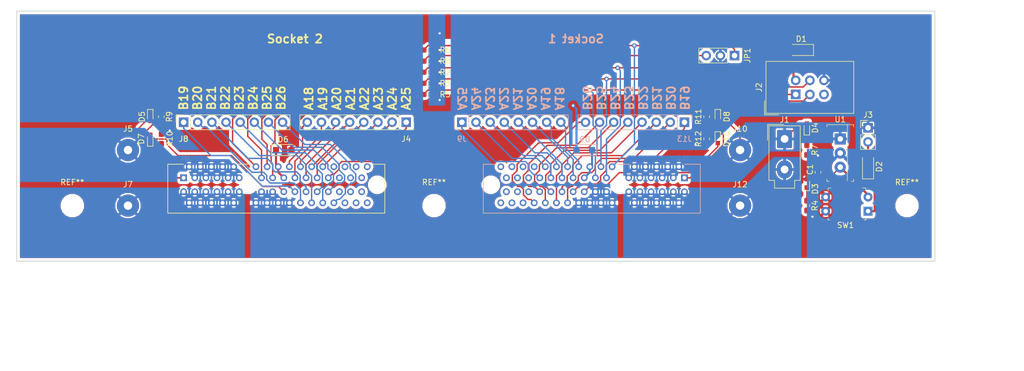
<source format=kicad_pcb>
(kicad_pcb (version 20171130) (host pcbnew 5.0.2+dfsg1-1)
  (layers (0 F.Cu signal) (31 B.Cu signal) (34 B.Paste user) (35 F.Paste user) (36 B.SilkS user) (37 F.SilkS user) (38 B.Mask user) (39 F.Mask user) (44 Edge.Cuts user))
  (net 0 "")
  (net 1 "Net-(C1-Pad1)")
  (net 2 GND)
  (net 3 +5V)
  (net 4 "Net-(D1-Pad2)")
  (net 5 "Net-(D2-Pad1)")
  (net 6 "Net-(D2-Pad2)")
  (net 7 "Net-(D3-Pad1)")
  (net 8 "Net-(D4-Pad1)")
  (net 9 +24V)
  (net 10 "Net-(D5-Pad1)")
  (net 11 "Net-(D6-Pad1)")
  (net 12 "Net-(D7-Pad2)")
  (net 13 "Net-(D7-Pad1)")
  (net 14 "Net-(D8-Pad1)")
  (net 15 "Net-(D9-Pad1)")
  (net 16 "Net-(D10-Pad2)")
  (net 17 "Net-(D10-Pad1)")
  (net 18 /MISO)
  (net 19 /SCK)
  (net 20 /MOSI)
  (net 21 "Net-(J2-Pad5)")
  (net 22 "Net-(J4-Pad8)")
  (net 23 "Net-(J4-Pad7)")
  (net 24 "Net-(J4-Pad6)")
  (net 25 "Net-(J4-Pad5)")
  (net 26 "Net-(J4-Pad4)")
  (net 27 "Net-(J4-Pad3)")
  (net 28 "Net-(J4-Pad2)")
  (net 29 "Net-(J4-Pad1)")
  (net 30 "Net-(J6-PadB31)")
  (net 31 "Net-(J6-PadB30)")
  (net 32 "Net-(J6-PadB29)")
  (net 33 "Net-(J6-PadB28)")
  (net 34 "Net-(J6-PadB27)")
  (net 35 "Net-(J6-PadB26)")
  (net 36 "Net-(J6-PadB25)")
  (net 37 "Net-(J6-PadB24)")
  (net 38 "Net-(J6-PadB23)")
  (net 39 "Net-(J6-PadB22)")
  (net 40 "Net-(J6-PadB21)")
  (net 41 "Net-(J6-PadB20)")
  (net 42 "Net-(J6-PadB19)")
  (net 43 "Net-(J6-PadA1)")
  (net 44 "Net-(J6-PadB32)")
  (net 45 /SS1)
  (net 46 "Net-(J11-PadA18)")
  (net 47 "Net-(J11-PadA19)")
  (net 48 "Net-(J11-PadA20)")
  (net 49 "Net-(J11-PadA21)")
  (net 50 "Net-(J11-PadA22)")
  (net 51 "Net-(J11-PadA23)")
  (net 52 "Net-(J11-PadA24)")
  (net 53 "Net-(J11-PadA25)")
  (net 54 "Net-(J11-PadA26)")
  (net 55 "Net-(J11-PadA27)")
  (net 56 "Net-(J11-PadA28)")
  (net 57 "Net-(J11-PadA29)")
  (net 58 "Net-(J11-PadA30)")
  (net 59 "Net-(J11-PadA31)")
  (net 60 "Net-(J11-PadA32)")
  (net 61 "Net-(J11-PadB32)")
  (net 62 "Net-(J11-PadA1)")
  (net 63 "Net-(J11-PadB19)")
  (net 64 "Net-(J11-PadB20)")
  (net 65 "Net-(J11-PadB21)")
  (net 66 "Net-(J11-PadB22)")
  (net 67 "Net-(J11-PadB23)")
  (net 68 "Net-(J11-PadB24)")
  (net 69 "Net-(J11-PadB25)")
  (net 70 "Net-(J11-PadB26)")
  (net 71 "Net-(J11-PadB27)")
  (net 72 "Net-(J11-PadB28)")
  (net 73 "Net-(J11-PadB29)")
  (net 74 "Net-(J11-PadB30)")
  (net 75 "Net-(J11-PadB31)")
  (net 76 /SS2)
  (net 77 "Net-(J6-PadA31)")
  (net 78 "Net-(J6-PadA30)")
  (net 79 "Net-(J6-PadA29)")
  (net 80 "Net-(J6-PadA28)")
  (net 81 "Net-(J6-PadA27)")
  (net 82 "Net-(J6-PadA26)")
  (net 83 "Net-(J6-PadA32)")
  (module Capacitor_SMD:C_0603_1608Metric_Pad1.05x0.95mm_HandSolder (layer F.Cu) (at 204 94 90)
    (fp_text reference C1 (at 0.5 -1.43 90) (layer F.SilkS))
    (fp_text value 1u)
    (pad 1 smd roundrect (at -0.875 0 90) (size 1.05 0.95) (layers F.Cu F.Paste F.Mask) (net 1 "Net-(C1-Pad1)"))
    (pad 2 smd roundrect (at 0.875 0 90) (size 1.05 0.95) (layers F.Cu F.Paste F.Mask) (net 2 GND))
  )
  (module Diode_SMD:D_SOD-123F (layer F.Cu) (at 201 72 180)
    (fp_text reference D1 (at 0 2 180) (layer F.SilkS))
    (fp_text value D_Schottky)
    (pad 1 smd rect (at -1.4 0 180) (size 1.1 1.1) (layers F.Cu F.Paste F.Mask) (net 3 +5V))
    (pad 2 smd rect (at 1.4 0 180) (size 1.1 1.1) (layers F.Cu F.Paste F.Mask) (net 4 "Net-(D1-Pad2)"))
  )
  (module Diode_SMD:D_SOD-123F (layer F.Cu) (at 213 93 90)
    (fp_text reference D2 (at 0 2 90) (layer F.SilkS))
    (fp_text value D_Schottky)
    (pad 1 smd rect (at -1.4 0 90) (size 1.1 1.1) (layers F.Cu F.Paste F.Mask) (net 5 "Net-(D2-Pad1)"))
    (pad 2 smd rect (at 1.4 0 90) (size 1.1 1.1) (layers F.Cu F.Paste F.Mask) (net 6 "Net-(D2-Pad2)"))
  )
  (module digikey-footprints:LED_0603 (layer F.Cu) (at 202 96 90)
    (fp_text reference D3 (at -1 1.5 90) (layer F.SilkS))
    (fp_text value LED)
    (pad 1 smd rect (at -0.75 0 90) (size 0.8 0.8) (layers F.Cu F.Paste F.Mask) (net 7 "Net-(D3-Pad1)"))
    (pad 2 smd rect (at 0.75 0 90) (size 0.8 0.8) (layers F.Cu F.Paste F.Mask) (net 3 +5V))
  )
  (module digikey-footprints:LED_0603 (layer F.Cu) (at 202 86 90)
    (fp_text reference D4 (at 0 1.5 90) (layer F.SilkS))
    (fp_text value LED)
    (pad 1 smd rect (at -0.75 0 90) (size 0.8 0.8) (layers F.Cu F.Paste F.Mask) (net 8 "Net-(D4-Pad1)"))
    (pad 2 smd rect (at 0.75 0 90) (size 0.8 0.8) (layers F.Cu F.Paste F.Mask) (net 9 +24V))
  )
  (module digikey-footprints:LED_0603 (layer F.Cu) (at 84 84 270)
    (fp_text reference D5 (at 0 1.5 270) (layer F.SilkS))
    (fp_text value LED)
    (pad 1 smd rect (at -0.75 0 270) (size 0.8 0.8) (layers F.Cu F.Paste F.Mask) (net 10 "Net-(D5-Pad1)"))
    (pad 2 smd rect (at 0.75 0 270) (size 0.8 0.8) (layers F.Cu F.Paste F.Mask) (net 9 +24V))
  )
  (module Diode_SMD:D_SOD-123F (layer F.Cu) (at 108 90)
    (fp_text reference D6 (at -0.127 -1.905) (layer F.SilkS))
    (fp_text value D_Schottky)
    (pad 2 smd rect (at 1.4 0) (size 1.1 1.1) (layers F.Cu F.Paste F.Mask) (net 3 +5V))
    (pad 1 smd rect (at -1.4 0) (size 1.1 1.1) (layers F.Cu F.Paste F.Mask) (net 11 "Net-(D6-Pad1)"))
  )
  (module digikey-footprints:LED_0603 (layer F.Cu) (at 84 88 90)
    (fp_text reference D7 (at 0 -1.61 90) (layer F.SilkS))
    (fp_text value LED)
    (pad 2 smd rect (at 0.75 0 90) (size 0.8 0.8) (layers F.Cu F.Paste F.Mask) (net 12 "Net-(D7-Pad2)"))
    (pad 1 smd rect (at -0.75 0 90) (size 0.8 0.8) (layers F.Cu F.Paste F.Mask) (net 13 "Net-(D7-Pad1)"))
  )
  (module digikey-footprints:LED_0603 (layer F.Cu) (at 186 84 270)
    (fp_text reference D8 (at 0 -1.61 270) (layer F.SilkS))
    (fp_text value LED)
    (pad 2 smd rect (at 0.75 0 270) (size 0.8 0.8) (layers F.Cu F.Paste F.Mask) (net 9 +24V))
    (pad 1 smd rect (at -0.75 0 270) (size 0.8 0.8) (layers F.Cu F.Paste F.Mask) (net 14 "Net-(D8-Pad1)"))
  )
  (module Diode_SMD:D_SOD-123F (layer B.Cu) (at 162 90 180)
    (fp_text reference D9 (at -0.127 1.905 180) (layer B.SilkS) (effects (justify mirror)))
    (fp_text value D_Schottky)
    (pad 2 smd rect (at 1.4 0 180) (size 1.1 1.1) (layers B.Cu B.Paste B.Mask) (net 3 +5V))
    (pad 1 smd rect (at -1.4 0 180) (size 1.1 1.1) (layers B.Cu B.Paste B.Mask) (net 15 "Net-(D9-Pad1)"))
  )
  (module digikey-footprints:LED_0603 (layer F.Cu) (at 186 88 270)
    (fp_text reference D10 (at 0 -1.61 270) (layer F.SilkS))
    (fp_text value LED)
    (pad 2 smd rect (at 0.75 0 270) (size 0.8 0.8) (layers F.Cu F.Paste F.Mask) (net 16 "Net-(D10-Pad2)"))
    (pad 1 smd rect (at -0.75 0 270) (size 0.8 0.8) (layers F.Cu F.Paste F.Mask) (net 17 "Net-(D10-Pad1)"))
  )
  (module Connector_Molex:Molex_Mini-Fit_Jr_5566-02A_2x01_P4.20mm_Vertical (layer F.Cu) (at 198 88)
    (fp_text reference J1 (at 0 -3.45) (layer F.SilkS))
    (fp_text value Conn_01x02)
    (pad 1 thru_hole roundrect (at 0 0) (size 2.7 3.3) (drill 1.4) (layers *.Cu *.Mask) (roundrect_rratio 0.09259299999999999) (net 9 +24V))
    (pad 2 thru_hole oval (at 0 5.5) (size 2.7 3.3) (drill 1.4) (layers *.Cu *.Mask) (net 2 GND))
  )
  (module Connector_IDC:IDC-Header_2x03_P2.54mm_Vertical (layer F.Cu) (at 200 80 90)
    (fp_text reference J2 (at 1.27 -6.604 90) (layer F.SilkS))
    (fp_text value AVR-ISP-6)
    (pad 1 thru_hole rect (at 0 0 90) (size 1.7272 1.7272) (drill 1.016) (layers *.Cu *.Mask) (net 18 /MISO))
    (pad 2 thru_hole oval (at 2.54 0 90) (size 1.7272 1.7272) (drill 1.016) (layers *.Cu *.Mask) (net 4 "Net-(D1-Pad2)"))
    (pad 3 thru_hole oval (at 0 2.54 90) (size 1.7272 1.7272) (drill 1.016) (layers *.Cu *.Mask) (net 19 /SCK))
    (pad 4 thru_hole oval (at 2.54 2.54 90) (size 1.7272 1.7272) (drill 1.016) (layers *.Cu *.Mask) (net 20 /MOSI))
    (pad 5 thru_hole oval (at 0 5.08 90) (size 1.7272 1.7272) (drill 1.016) (layers *.Cu *.Mask) (net 21 "Net-(J2-Pad5)"))
    (pad 6 thru_hole oval (at 2.54 5.08 90) (size 1.7272 1.7272) (drill 1.016) (layers *.Cu *.Mask) (net 2 GND))
  )
  (module Connector_PinHeader_2.54mm:PinHeader_1x02_P2.54mm_Vertical (layer F.Cu) (at 213 86)
    (fp_text reference J3 (at 0 -2.33) (layer F.SilkS))
    (fp_text value Conn_01x02)
    (pad 1 thru_hole rect (at 0 0) (size 1.7 1.7) (drill 1) (layers *.Cu *.Mask) (net 2 GND))
    (pad 2 thru_hole oval (at 0 2.54) (size 1.7 1.7) (drill 1) (layers *.Cu *.Mask) (net 6 "Net-(D2-Pad2)"))
  )
  (module Connector_Wire:SolderWirePad_1x01_Drill1.5mm (layer F.Cu) (at 80 90)
    (fp_text reference J5 (at 0 -3.81) (layer F.SilkS))
    (fp_text value Conn_01x01_Female)
    (pad 1 thru_hole circle (at 0 0) (size 4.0005 4.0005) (drill 1.50114) (layers *.Cu *.Mask) (net 9 +24V))
  )
  (module PCIe-footprint:CONN_10018784-10201TLF (layer F.Cu) (at 90 95)
    (fp_text reference J6 (at 0.17525 -3.63997) (layer F.SilkS) (effects (font (size 1.00137 1.00137) (thickness 0.015))))
    (fp_text value 10018784-10201TLF)
    (pad B31 thru_hole circle (at 32 2.5) (size 1.208 1.208) (drill 0.7) (layers *.Cu *.Mask) (net 30 "Net-(J6-PadB31)"))
    (pad B30 thru_hole circle (at 31 4.5) (size 1.208 1.208) (drill 0.7) (layers *.Cu *.Mask) (net 31 "Net-(J6-PadB30)"))
    (pad B29 thru_hole circle (at 30 2.5) (size 1.208 1.208) (drill 0.7) (layers *.Cu *.Mask) (net 32 "Net-(J6-PadB29)"))
    (pad B28 thru_hole circle (at 29 4.5) (size 1.208 1.208) (drill 0.7) (layers *.Cu *.Mask) (net 33 "Net-(J6-PadB28)"))
    (pad B27 thru_hole circle (at 28 2.5) (size 1.208 1.208) (drill 0.7) (layers *.Cu *.Mask) (net 34 "Net-(J6-PadB27)"))
    (pad B26 thru_hole circle (at 27 4.5) (size 1.208 1.208) (drill 0.7) (layers *.Cu *.Mask) (net 35 "Net-(J6-PadB26)"))
    (pad B25 thru_hole circle (at 26 2.5) (size 1.208 1.208) (drill 0.7) (layers *.Cu *.Mask) (net 36 "Net-(J6-PadB25)"))
    (pad B24 thru_hole circle (at 25 4.5) (size 1.208 1.208) (drill 0.7) (layers *.Cu *.Mask) (net 37 "Net-(J6-PadB24)"))
    (pad B23 thru_hole circle (at 24 2.5) (size 1.208 1.208) (drill 0.7) (layers *.Cu *.Mask) (net 38 "Net-(J6-PadB23)"))
    (pad B22 thru_hole circle (at 23 4.5) (size 1.208 1.208) (drill 0.7) (layers *.Cu *.Mask) (net 39 "Net-(J6-PadB22)"))
    (pad B21 thru_hole circle (at 22 2.5) (size 1.208 1.208) (drill 0.7) (layers *.Cu *.Mask) (net 40 "Net-(J6-PadB21)"))
    (pad B20 thru_hole circle (at 21 4.5) (size 1.208 1.208) (drill 0.7) (layers *.Cu *.Mask) (net 41 "Net-(J6-PadB20)"))
    (pad B19 thru_hole circle (at 20 2.5) (size 1.208 1.208) (drill 0.7) (layers *.Cu *.Mask) (net 42 "Net-(J6-PadB19)"))
    (pad B18 thru_hole circle (at 19 4.5) (size 1.208 1.208) (drill 0.7) (layers *.Cu *.Mask) (net 2 GND))
    (pad B17 thru_hole circle (at 18 2.5) (size 1.208 1.208) (drill 0.7) (layers *.Cu *.Mask) (net 12 "Net-(D7-Pad2)"))
    (pad B16 thru_hole circle (at 17 4.5) (size 1.208 1.208) (drill 0.7) (layers *.Cu *.Mask) (net 2 GND))
    (pad B15 thru_hole circle (at 16 2.5) (size 1.208 1.208) (drill 0.7) (layers *.Cu *.Mask) (net 2 GND))
    (pad B14 thru_hole circle (at 15 4.5) (size 1.208 1.208) (drill 0.7) (layers *.Cu *.Mask) (net 2 GND))
    (pad B13 thru_hole circle (at 14 2.5) (size 1.208 1.208) (drill 0.7) (layers *.Cu *.Mask) (net 2 GND))
    (pad B11 thru_hole circle (at 10 2.5) (size 1.208 1.208) (drill 0.7) (layers *.Cu *.Mask) (net 2 GND))
    (pad B10 thru_hole circle (at 9 4.5) (size 1.208 1.208) (drill 0.7) (layers *.Cu *.Mask) (net 2 GND))
    (pad B9 thru_hole circle (at 8 2.5) (size 1.208 1.208) (drill 0.7) (layers *.Cu *.Mask) (net 2 GND))
    (pad B8 thru_hole circle (at 7 4.5) (size 1.208 1.208) (drill 0.7) (layers *.Cu *.Mask) (net 2 GND))
    (pad B7 thru_hole circle (at 6 2.5) (size 1.208 1.208) (drill 0.7) (layers *.Cu *.Mask) (net 2 GND))
    (pad B6 thru_hole circle (at 5 4.5) (size 1.208 1.208) (drill 0.7) (layers *.Cu *.Mask) (net 2 GND))
    (pad B5 thru_hole circle (at 4 2.5) (size 1.208 1.208) (drill 0.7) (layers *.Cu *.Mask) (net 2 GND))
    (pad B4 thru_hole circle (at 3 4.5) (size 1.208 1.208) (drill 0.7) (layers *.Cu *.Mask) (net 2 GND))
    (pad B3 thru_hole circle (at 2 2.5) (size 1.208 1.208) (drill 0.7) (layers *.Cu *.Mask) (net 2 GND))
    (pad A31 thru_hole circle (at 32 0) (size 1.208 1.208) (drill 0.7) (layers *.Cu *.Mask) (net 77 "Net-(J6-PadA31)"))
    (pad A30 thru_hole circle (at 31 -2) (size 1.208 1.208) (drill 0.7) (layers *.Cu *.Mask) (net 78 "Net-(J6-PadA30)"))
    (pad A29 thru_hole circle (at 30 0) (size 1.208 1.208) (drill 0.7) (layers *.Cu *.Mask) (net 79 "Net-(J6-PadA29)"))
    (pad A28 thru_hole circle (at 29 -2) (size 1.208 1.208) (drill 0.7) (layers *.Cu *.Mask) (net 80 "Net-(J6-PadA28)"))
    (pad A27 thru_hole circle (at 28 0) (size 1.208 1.208) (drill 0.7) (layers *.Cu *.Mask) (net 81 "Net-(J6-PadA27)"))
    (pad A26 thru_hole circle (at 27 -2) (size 1.208 1.208) (drill 0.7) (layers *.Cu *.Mask) (net 82 "Net-(J6-PadA26)"))
    (pad A25 thru_hole circle (at 26 0) (size 1.208 1.208) (drill 0.7) (layers *.Cu *.Mask) (net 29 "Net-(J4-Pad1)"))
    (pad A24 thru_hole circle (at 25 -2) (size 1.208 1.208) (drill 0.7) (layers *.Cu *.Mask) (net 28 "Net-(J4-Pad2)"))
    (pad A23 thru_hole circle (at 24 0) (size 1.208 1.208) (drill 0.7) (layers *.Cu *.Mask) (net 27 "Net-(J4-Pad3)"))
    (pad A22 thru_hole circle (at 23 -2) (size 1.208 1.208) (drill 0.7) (layers *.Cu *.Mask) (net 26 "Net-(J4-Pad4)"))
    (pad A21 thru_hole circle (at 22 0) (size 1.208 1.208) (drill 0.7) (layers *.Cu *.Mask) (net 25 "Net-(J4-Pad5)"))
    (pad A20 thru_hole circle (at 21 -2) (size 1.208 1.208) (drill 0.7) (layers *.Cu *.Mask) (net 24 "Net-(J4-Pad6)"))
    (pad A19 thru_hole circle (at 20 0) (size 1.208 1.208) (drill 0.7) (layers *.Cu *.Mask) (net 23 "Net-(J4-Pad7)"))
    (pad A18 thru_hole circle (at 19 -2) (size 1.208 1.208) (drill 0.7) (layers *.Cu *.Mask) (net 22 "Net-(J4-Pad8)"))
    (pad A17 thru_hole circle (at 18 0) (size 1.208 1.208) (drill 0.7) (layers *.Cu *.Mask) (net 11 "Net-(D6-Pad1)"))
    (pad A16 thru_hole circle (at 17 -2) (size 1.208 1.208) (drill 0.7) (layers *.Cu *.Mask) (net 11 "Net-(D6-Pad1)"))
    (pad A15 thru_hole circle (at 16 0) (size 1.208 1.208) (drill 0.7) (layers *.Cu *.Mask) (net 19 /SCK))
    (pad A14 thru_hole circle (at 15 -2) (size 1.208 1.208) (drill 0.7) (layers *.Cu *.Mask) (net 18 /MISO))
    (pad A11 thru_hole circle (at 10 0) (size 1.208 1.208) (drill 0.7) (layers *.Cu *.Mask) (net 9 +24V))
    (pad A10 thru_hole circle (at 9 -2) (size 1.208 1.208) (drill 0.7) (layers *.Cu *.Mask) (net 9 +24V))
    (pad A9 thru_hole circle (at 8 0) (size 1.208 1.208) (drill 0.7) (layers *.Cu *.Mask) (net 9 +24V))
    (pad A8 thru_hole circle (at 7 -2) (size 1.208 1.208) (drill 0.7) (layers *.Cu *.Mask) (net 9 +24V))
    (pad A7 thru_hole circle (at 6 0) (size 1.208 1.208) (drill 0.7) (layers *.Cu *.Mask) (net 9 +24V))
    (pad A6 thru_hole circle (at 5 -2) (size 1.208 1.208) (drill 0.7) (layers *.Cu *.Mask) (net 9 +24V))
    (pad A5 thru_hole circle (at 4 0) (size 1.208 1.208) (drill 0.7) (layers *.Cu *.Mask) (net 9 +24V))
    (pad A4 thru_hole circle (at 3 -2) (size 1.208 1.208) (drill 0.7) (layers *.Cu *.Mask) (net 9 +24V))
    (pad A3 thru_hole circle (at 2 0) (size 1.208 1.208) (drill 0.7) (layers *.Cu *.Mask) (net 9 +24V))
    (pad A2 thru_hole circle (at 1 -2) (size 1.208 1.208) (drill 0.7) (layers *.Cu *.Mask) (net 9 +24V))
    (pad None np_thru_hole circle (at 34.8 1.25) (size 2.35 2.35) (drill 2.35) (layers *.Cu *.Mask))
    (pad B2 thru_hole circle (at 1 4.5) (size 1.208 1.208) (drill 0.7) (layers *.Cu *.Mask) (net 2 GND))
    (pad B1 thru_hole circle (at 0 2.5) (size 1.208 1.208) (drill 0.7) (layers *.Cu *.Mask) (net 2 GND))
    (pad A1 thru_hole rect (at 0 0) (size 1.208 1.208) (drill 0.7) (layers *.Cu *.Mask) (net 43 "Net-(J6-PadA1)"))
    (pad B32 thru_hole circle (at 33 4.5) (size 1.208 1.208) (drill 0.7) (layers *.Cu *.Mask) (net 44 "Net-(J6-PadB32)"))
    (pad B12 thru_hole circle (at 13 4.5) (size 1.208 1.208) (drill 0.7) (layers *.Cu *.Mask) (net 2 GND))
    (pad A13 thru_hole circle (at 14 0) (size 1.208 1.208) (drill 0.7) (layers *.Cu *.Mask) (net 20 /MOSI))
    (pad A12 thru_hole circle (at 13 -2) (size 1.208 1.208) (drill 0.7) (layers *.Cu *.Mask) (net 76 /SS2))
    (pad A32 thru_hole circle (at 33 -2) (size 1.208 1.208) (drill 0.7) (layers *.Cu *.Mask) (net 83 "Net-(J6-PadA32)"))
    (pad None np_thru_hole circle (at 11.65 1.25) (size 2.35 2.35) (drill 2.35) (layers *.Cu *.Mask))
  )
  (module Connector_Wire:SolderWirePad_1x01_Drill1.5mm (layer F.Cu) (at 80 100)
    (fp_text reference J7 (at 0 -3.81) (layer F.SilkS))
    (fp_text value Conn_01x01_Female)
    (pad 1 thru_hole circle (at 0 0) (size 4.0005 4.0005) (drill 1.50114) (layers *.Cu *.Mask) (net 2 GND))
  )
  (module Connector_Wire:SolderWirePad_1x01_Drill1.5mm (layer F.Cu) (at 190 90)
    (fp_text reference J10 (at 0 -3.81) (layer F.SilkS))
    (fp_text value Conn_01x01_Female)
    (pad 1 thru_hole circle (at 0 0) (size 4.0005 4.0005) (drill 1.50114) (layers *.Cu *.Mask) (net 9 +24V))
  )
  (module PCIe-footprint:CONN_10018784-10201TLF (layer B.Cu) (at 180 95 180)
    (fp_text reference J11 (at 0.17525 3.63997 180) (layer B.SilkS) (effects (font (size 1.00137 1.00137) (thickness 0.015)) (justify mirror)))
    (fp_text value 10018784-10201TLF)
    (pad None np_thru_hole circle (at 11.65 -1.25 180) (size 2.35 2.35) (drill 2.35) (layers *.Cu *.Mask))
    (pad A32 thru_hole circle (at 33 2 180) (size 1.208 1.208) (drill 0.7) (layers *.Cu *.Mask) (net 60 "Net-(J11-PadA32)"))
    (pad A12 thru_hole circle (at 13 2 180) (size 1.208 1.208) (drill 0.7) (layers *.Cu *.Mask) (net 45 /SS1))
    (pad A13 thru_hole circle (at 14 0 180) (size 1.208 1.208) (drill 0.7) (layers *.Cu *.Mask) (net 20 /MOSI))
    (pad B12 thru_hole circle (at 13 -4.5 180) (size 1.208 1.208) (drill 0.7) (layers *.Cu *.Mask) (net 2 GND))
    (pad B32 thru_hole circle (at 33 -4.5 180) (size 1.208 1.208) (drill 0.7) (layers *.Cu *.Mask) (net 61 "Net-(J11-PadB32)"))
    (pad A1 thru_hole rect (at 0 0 180) (size 1.208 1.208) (drill 0.7) (layers *.Cu *.Mask) (net 62 "Net-(J11-PadA1)"))
    (pad B1 thru_hole circle (at 0 -2.5 180) (size 1.208 1.208) (drill 0.7) (layers *.Cu *.Mask) (net 2 GND))
    (pad B2 thru_hole circle (at 1 -4.5 180) (size 1.208 1.208) (drill 0.7) (layers *.Cu *.Mask) (net 2 GND))
    (pad None np_thru_hole circle (at 34.8 -1.25 180) (size 2.35 2.35) (drill 2.35) (layers *.Cu *.Mask))
    (pad A2 thru_hole circle (at 1 2 180) (size 1.208 1.208) (drill 0.7) (layers *.Cu *.Mask) (net 9 +24V))
    (pad A3 thru_hole circle (at 2 0 180) (size 1.208 1.208) (drill 0.7) (layers *.Cu *.Mask) (net 9 +24V))
    (pad A4 thru_hole circle (at 3 2 180) (size 1.208 1.208) (drill 0.7) (layers *.Cu *.Mask) (net 9 +24V))
    (pad A5 thru_hole circle (at 4 0 180) (size 1.208 1.208) (drill 0.7) (layers *.Cu *.Mask) (net 9 +24V))
    (pad A6 thru_hole circle (at 5 2 180) (size 1.208 1.208) (drill 0.7) (layers *.Cu *.Mask) (net 9 +24V))
    (pad A7 thru_hole circle (at 6 0 180) (size 1.208 1.208) (drill 0.7) (layers *.Cu *.Mask) (net 9 +24V))
    (pad A8 thru_hole circle (at 7 2 180) (size 1.208 1.208) (drill 0.7) (layers *.Cu *.Mask) (net 9 +24V))
    (pad A9 thru_hole circle (at 8 0 180) (size 1.208 1.208) (drill 0.7) (layers *.Cu *.Mask) (net 9 +24V))
    (pad A10 thru_hole circle (at 9 2 180) (size 1.208 1.208) (drill 0.7) (layers *.Cu *.Mask) (net 9 +24V))
    (pad A11 thru_hole circle (at 10 0 180) (size 1.208 1.208) (drill 0.7) (layers *.Cu *.Mask) (net 9 +24V))
    (pad A14 thru_hole circle (at 15 2 180) (size 1.208 1.208) (drill 0.7) (layers *.Cu *.Mask) (net 18 /MISO))
    (pad A15 thru_hole circle (at 16 0 180) (size 1.208 1.208) (drill 0.7) (layers *.Cu *.Mask) (net 19 /SCK))
    (pad A16 thru_hole circle (at 17 2 180) (size 1.208 1.208) (drill 0.7) (layers *.Cu *.Mask) (net 15 "Net-(D9-Pad1)"))
    (pad A17 thru_hole circle (at 18 0 180) (size 1.208 1.208) (drill 0.7) (layers *.Cu *.Mask) (net 15 "Net-(D9-Pad1)"))
    (pad A18 thru_hole circle (at 19 2 180) (size 1.208 1.208) (drill 0.7) (layers *.Cu *.Mask) (net 46 "Net-(J11-PadA18)"))
    (pad A19 thru_hole circle (at 20 0 180) (size 1.208 1.208) (drill 0.7) (layers *.Cu *.Mask) (net 47 "Net-(J11-PadA19)"))
    (pad A20 thru_hole circle (at 21 2 180) (size 1.208 1.208) (drill 0.7) (layers *.Cu *.Mask) (net 48 "Net-(J11-PadA20)"))
    (pad A21 thru_hole circle (at 22 0 180) (size 1.208 1.208) (drill 0.7) (layers *.Cu *.Mask) (net 49 "Net-(J11-PadA21)"))
    (pad A22 thru_hole circle (at 23 2 180) (size 1.208 1.208) (drill 0.7) (layers *.Cu *.Mask) (net 50 "Net-(J11-PadA22)"))
    (pad A23 thru_hole circle (at 24 0 180) (size 1.208 1.208) (drill 0.7) (layers *.Cu *.Mask) (net 51 "Net-(J11-PadA23)"))
    (pad A24 thru_hole circle (at 25 2 180) (size 1.208 1.208) (drill 0.7) (layers *.Cu *.Mask) (net 52 "Net-(J11-PadA24)"))
    (pad A25 thru_hole circle (at 26 0 180) (size 1.208 1.208) (drill 0.7) (layers *.Cu *.Mask) (net 53 "Net-(J11-PadA25)"))
    (pad A26 thru_hole circle (at 27 2 180) (size 1.208 1.208) (drill 0.7) (layers *.Cu *.Mask) (net 54 "Net-(J11-PadA26)"))
    (pad A27 thru_hole circle (at 28 0 180) (size 1.208 1.208) (drill 0.7) (layers *.Cu *.Mask) (net 55 "Net-(J11-PadA27)"))
    (pad A28 thru_hole circle (at 29 2 180) (size 1.208 1.208) (drill 0.7) (layers *.Cu *.Mask) (net 56 "Net-(J11-PadA28)"))
    (pad A29 thru_hole circle (at 30 0 180) (size 1.208 1.208) (drill 0.7) (layers *.Cu *.Mask) (net 57 "Net-(J11-PadA29)"))
    (pad A30 thru_hole circle (at 31 2 180) (size 1.208 1.208) (drill 0.7) (layers *.Cu *.Mask) (net 58 "Net-(J11-PadA30)"))
    (pad A31 thru_hole circle (at 32 0 180) (size 1.208 1.208) (drill 0.7) (layers *.Cu *.Mask) (net 59 "Net-(J11-PadA31)"))
    (pad B3 thru_hole circle (at 2 -2.5 180) (size 1.208 1.208) (drill 0.7) (layers *.Cu *.Mask) (net 2 GND))
    (pad B4 thru_hole circle (at 3 -4.5 180) (size 1.208 1.208) (drill 0.7) (layers *.Cu *.Mask) (net 2 GND))
    (pad B5 thru_hole circle (at 4 -2.5 180) (size 1.208 1.208) (drill 0.7) (layers *.Cu *.Mask) (net 2 GND))
    (pad B6 thru_hole circle (at 5 -4.5 180) (size 1.208 1.208) (drill 0.7) (layers *.Cu *.Mask) (net 2 GND))
    (pad B7 thru_hole circle (at 6 -2.5 180) (size 1.208 1.208) (drill 0.7) (layers *.Cu *.Mask) (net 2 GND))
    (pad B8 thru_hole circle (at 7 -4.5 180) (size 1.208 1.208) (drill 0.7) (layers *.Cu *.Mask) (net 2 GND))
    (pad B9 thru_hole circle (at 8 -2.5 180) (size 1.208 1.208) (drill 0.7) (layers *.Cu *.Mask) (net 2 GND))
    (pad B10 thru_hole circle (at 9 -4.5 180) (size 1.208 1.208) (drill 0.7) (layers *.Cu *.Mask) (net 2 GND))
    (pad B11 thru_hole circle (at 10 -2.5 180) (size 1.208 1.208) (drill 0.7) (layers *.Cu *.Mask) (net 2 GND))
    (pad B13 thru_hole circle (at 14 -2.5 180) (size 1.208 1.208) (drill 0.7) (layers *.Cu *.Mask) (net 2 GND))
    (pad B14 thru_hole circle (at 15 -4.5 180) (size 1.208 1.208) (drill 0.7) (layers *.Cu *.Mask) (net 2 GND))
    (pad B15 thru_hole circle (at 16 -2.5 180) (size 1.208 1.208) (drill 0.7) (layers *.Cu *.Mask) (net 2 GND))
    (pad B16 thru_hole circle (at 17 -4.5 180) (size 1.208 1.208) (drill 0.7) (layers *.Cu *.Mask) (net 2 GND))
    (pad B17 thru_hole circle (at 18 -2.5 180) (size 1.208 1.208) (drill 0.7) (layers *.Cu *.Mask) (net 16 "Net-(D10-Pad2)"))
    (pad B18 thru_hole circle (at 19 -4.5 180) (size 1.208 1.208) (drill 0.7) (layers *.Cu *.Mask) (net 2 GND))
    (pad B19 thru_hole circle (at 20 -2.5 180) (size 1.208 1.208) (drill 0.7) (layers *.Cu *.Mask) (net 63 "Net-(J11-PadB19)"))
    (pad B20 thru_hole circle (at 21 -4.5 180) (size 1.208 1.208) (drill 0.7) (layers *.Cu *.Mask) (net 64 "Net-(J11-PadB20)"))
    (pad B21 thru_hole circle (at 22 -2.5 180) (size 1.208 1.208) (drill 0.7) (layers *.Cu *.Mask) (net 65 "Net-(J11-PadB21)"))
    (pad B22 thru_hole circle (at 23 -4.5 180) (size 1.208 1.208) (drill 0.7) (layers *.Cu *.Mask) (net 66 "Net-(J11-PadB22)"))
    (pad B23 thru_hole circle (at 24 -2.5 180) (size 1.208 1.208) (drill 0.7) (layers *.Cu *.Mask) (net 67 "Net-(J11-PadB23)"))
    (pad B24 thru_hole circle (at 25 -4.5 180) (size 1.208 1.208) (drill 0.7) (layers *.Cu *.Mask) (net 68 "Net-(J11-PadB24)"))
    (pad B25 thru_hole circle (at 26 -2.5 180) (size 1.208 1.208) (drill 0.7) (layers *.Cu *.Mask) (net 69 "Net-(J11-PadB25)"))
    (pad B26 thru_hole circle (at 27 -4.5 180) (size 1.208 1.208) (drill 0.7) (layers *.Cu *.Mask) (net 70 "Net-(J11-PadB26)"))
    (pad B27 thru_hole circle (at 28 -2.5 180) (size 1.208 1.208) (drill 0.7) (layers *.Cu *.Mask) (net 71 "Net-(J11-PadB27)"))
    (pad B28 thru_hole circle (at 29 -4.5 180) (size 1.208 1.208) (drill 0.7) (layers *.Cu *.Mask) (net 72 "Net-(J11-PadB28)"))
    (pad B29 thru_hole circle (at 30 -2.5 180) (size 1.208 1.208) (drill 0.7) (layers *.Cu *.Mask) (net 73 "Net-(J11-PadB29)"))
    (pad B30 thru_hole circle (at 31 -4.5 180) (size 1.208 1.208) (drill 0.7) (layers *.Cu *.Mask) (net 74 "Net-(J11-PadB30)"))
    (pad B31 thru_hole circle (at 32 -2.5 180) (size 1.208 1.208) (drill 0.7) (layers *.Cu *.Mask) (net 75 "Net-(J11-PadB31)"))
  )
  (module Connector_Wire:SolderWirePad_1x01_Drill1.5mm (layer F.Cu) (at 190 100)
    (fp_text reference J12 (at 0 -3.81) (layer F.SilkS))
    (fp_text value Conn_01x01_Female)
    (pad 1 thru_hole circle (at 0 0) (size 4.0005 4.0005) (drill 1.50114) (layers *.Cu *.Mask) (net 2 GND))
  )
  (module Connector_PinHeader_2.54mm:PinHeader_1x03_P2.54mm_Vertical (layer F.Cu) (at 189 73 270)
    (fp_text reference JP1 (at 0 -2.33 270) (layer F.SilkS))
    (fp_text value Jumper_3_Open)
    (pad 1 thru_hole rect (at 0 0 270) (size 1.7 1.7) (drill 1) (layers *.Cu *.Mask) (net 45 /SS1))
    (pad 2 thru_hole oval (at 0 2.54 270) (size 1.7 1.7) (drill 1) (layers *.Cu *.Mask) (net 2 GND))
    (pad 3 thru_hole oval (at 0 5.08 270) (size 1.7 1.7) (drill 1) (layers *.Cu *.Mask) (net 76 /SS2))
  )
  (module Resistor_SMD:R_0603_1608Metric_Pad1.05x0.95mm_HandSolder (layer F.Cu) (at 134 76 180)
    (fp_text reference R2 (at -3 0 180) (layer F.SilkS))
    (fp_text value 33k)
    (pad 2 smd roundrect (at 0.875 0 180) (size 1.05 0.95) (layers F.Cu F.Paste F.Mask) (net 20 /MOSI))
    (pad 1 smd roundrect (at -0.875 0 180) (size 1.05 0.95) (layers F.Cu F.Paste F.Mask) (net 3 +5V))
  )
  (module Resistor_SMD:R_0603_1608Metric_Pad1.05x0.95mm_HandSolder (layer F.Cu) (at 134 78 180)
    (fp_text reference R3 (at -3 0 180) (layer F.SilkS))
    (fp_text value 33k)
    (pad 1 smd roundrect (at -0.875 0 180) (size 1.05 0.95) (layers F.Cu F.Paste F.Mask) (net 3 +5V))
    (pad 2 smd roundrect (at 0.875 0 180) (size 1.05 0.95) (layers F.Cu F.Paste F.Mask) (net 18 /MISO))
  )
  (module Resistor_SMD:R_0603_1608Metric_Pad1.05x0.95mm_HandSolder (layer F.Cu) (at 202 100 270)
    (fp_text reference R4 (at 0 -1.43 270) (layer F.SilkS))
    (fp_text value 510)
    (pad 2 smd roundrect (at 0.875 0 270) (size 1.05 0.95) (layers F.Cu F.Paste F.Mask) (net 2 GND))
    (pad 1 smd roundrect (at -0.875 0 270) (size 1.05 0.95) (layers F.Cu F.Paste F.Mask) (net 7 "Net-(D3-Pad1)"))
  )
  (module Resistor_SMD:R_0603_1608Metric_Pad1.05x0.95mm_HandSolder (layer F.Cu) (at 134 80 180)
    (fp_text reference R5 (at -3 0 180) (layer F.SilkS))
    (fp_text value 33k)
    (pad 2 smd roundrect (at 0.875 0 180) (size 1.05 0.95) (layers F.Cu F.Paste F.Mask) (net 19 /SCK))
    (pad 1 smd roundrect (at -0.875 0 180) (size 1.05 0.95) (layers F.Cu F.Paste F.Mask) (net 3 +5V))
  )
  (module Resistor_SMD:R_0603_1608Metric_Pad1.05x0.95mm_HandSolder (layer F.Cu) (at 134 72 180)
    (fp_text reference R6 (at -3 0 180) (layer F.SilkS))
    (fp_text value 33k)
    (pad 1 smd roundrect (at -0.875 0 180) (size 1.05 0.95) (layers F.Cu F.Paste F.Mask) (net 3 +5V))
    (pad 2 smd roundrect (at 0.875 0 180) (size 1.05 0.95) (layers F.Cu F.Paste F.Mask) (net 45 /SS1))
  )
  (module Resistor_SMD:R_0603_1608Metric_Pad1.05x0.95mm_HandSolder (layer F.Cu) (at 202 90 270)
    (fp_text reference R7 (at 0 -1.43 270) (layer F.SilkS))
    (fp_text value 2.4k)
    (pad 1 smd roundrect (at -0.875 0 270) (size 1.05 0.95) (layers F.Cu F.Paste F.Mask) (net 8 "Net-(D4-Pad1)"))
    (pad 2 smd roundrect (at 0.875 0 270) (size 1.05 0.95) (layers F.Cu F.Paste F.Mask) (net 2 GND))
  )
  (module Resistor_SMD:R_0603_1608Metric_Pad1.05x0.95mm_HandSolder (layer F.Cu) (at 134 74 180)
    (fp_text reference R8 (at -3 0 180) (layer F.SilkS))
    (fp_text value 33k)
    (pad 2 smd roundrect (at 0.875 0 180) (size 1.05 0.95) (layers F.Cu F.Paste F.Mask) (net 76 /SS2))
    (pad 1 smd roundrect (at -0.875 0 180) (size 1.05 0.95) (layers F.Cu F.Paste F.Mask) (net 3 +5V))
  )
  (module Resistor_SMD:R_0603_1608Metric_Pad1.05x0.95mm_HandSolder (layer F.Cu) (at 86 84 270)
    (fp_text reference R9 (at 0 -1.43 270) (layer F.SilkS))
    (fp_text value 2.4k)
    (pad 1 smd roundrect (at -0.875 0 270) (size 1.05 0.95) (layers F.Cu F.Paste F.Mask) (net 10 "Net-(D5-Pad1)"))
    (pad 2 smd roundrect (at 0.875 0 270) (size 1.05 0.95) (layers F.Cu F.Paste F.Mask) (net 43 "Net-(J6-PadA1)"))
  )
  (module Resistor_SMD:R_0603_1608Metric_Pad1.05x0.95mm_HandSolder (layer F.Cu) (at 86 88 90)
    (fp_text reference R10 (at 0 1.5 90) (layer F.SilkS))
    (fp_text value 510)
    (pad 1 smd roundrect (at -0.875 0 90) (size 1.05 0.95) (layers F.Cu F.Paste F.Mask) (net 13 "Net-(D7-Pad1)"))
    (pad 2 smd roundrect (at 0.875 0 90) (size 1.05 0.95) (layers F.Cu F.Paste F.Mask) (net 2 GND))
  )
  (module Resistor_SMD:R_0603_1608Metric_Pad1.05x0.95mm_HandSolder (layer F.Cu) (at 184 84 270)
    (fp_text reference R11 (at 0 1.5 270) (layer F.SilkS))
    (fp_text value 2.4k)
    (pad 2 smd roundrect (at 0.875 0 270) (size 1.05 0.95) (layers F.Cu F.Paste F.Mask) (net 62 "Net-(J11-PadA1)"))
    (pad 1 smd roundrect (at -0.875 0 270) (size 1.05 0.95) (layers F.Cu F.Paste F.Mask) (net 14 "Net-(D8-Pad1)"))
  )
  (module Resistor_SMD:R_0603_1608Metric_Pad1.05x0.95mm_HandSolder (layer F.Cu) (at 184 88 270)
    (fp_text reference R12 (at 0 1.5 270) (layer F.SilkS))
    (fp_text value 510)
    (pad 2 smd roundrect (at 0.875 0 270) (size 1.05 0.95) (layers F.Cu F.Paste F.Mask) (net 2 GND))
    (pad 1 smd roundrect (at -0.875 0 270) (size 1.05 0.95) (layers F.Cu F.Paste F.Mask) (net 17 "Net-(D10-Pad1)"))
  )
  (module digikey-footprints:TO-220-3 (layer F.Cu) (at 208 88 270)
    (fp_text reference U1 (at -3.5 0) (layer F.SilkS))
    (fp_text value MC7805CTG)
    (pad 1 thru_hole rect (at 0 0 270) (size 2 2) (drill 1) (layers *.Cu *.Mask) (net 9 +24V))
    (pad 2 thru_hole circle (at 2.54 0 270) (size 2 2) (drill 1) (layers *.Cu *.Mask) (net 2 GND))
    (pad 3 thru_hole circle (at 5.08 0 270) (size 2 2) (drill 1) (layers *.Cu *.Mask) (net 1 "Net-(C1-Pad1)"))
  )
  (module digikey-footprints:DIP-4_W7.62mm (layer F.Cu) (at 213 101 180)
    (fp_text reference SW1 (at 4.05 -2.52 180) (layer F.SilkS))
    (fp_text value SW_DIP_x02)
    (pad 1 thru_hole rect (at 0 0 180) (size 1.6 1.6) (drill 0.8) (layers *.Cu *.Mask) (net 5 "Net-(D2-Pad1)"))
    (pad 2 thru_hole circle (at 0 2.54 180) (size 1.6 1.6) (drill 0.8) (layers *.Cu *.Mask) (net 1 "Net-(C1-Pad1)"))
    (pad 3 thru_hole circle (at 7.62 2.54 180) (size 1.6 1.6) (drill 0.8) (layers *.Cu *.Mask) (net 3 +5V))
    (pad 4 thru_hole circle (at 7.62 0 180) (size 1.6 1.6) (drill 0.8) (layers *.Cu *.Mask) (net 3 +5V))
  )
  (module Connector_PinSocket_2.54mm:PinSocket_1x08_P2.54mm_Vertical (layer F.Cu) (at 130 85 270)
    (fp_text reference J4 (at 3 0) (layer F.SilkS))
    (fp_text value Conn_01x08_Female)
    (pad 1 thru_hole rect (at 0 0 270) (size 1.7 1.7) (drill 1) (layers *.Cu *.Mask) (net 29 "Net-(J4-Pad1)"))
    (pad 2 thru_hole oval (at 0 2.54 270) (size 1.7 1.7) (drill 1) (layers *.Cu *.Mask) (net 28 "Net-(J4-Pad2)"))
    (pad 3 thru_hole oval (at 0 5.08 270) (size 1.7 1.7) (drill 1) (layers *.Cu *.Mask) (net 27 "Net-(J4-Pad3)"))
    (pad 4 thru_hole oval (at 0 7.62 270) (size 1.7 1.7) (drill 1) (layers *.Cu *.Mask) (net 26 "Net-(J4-Pad4)"))
    (pad 5 thru_hole oval (at 0 10.16 270) (size 1.7 1.7) (drill 1) (layers *.Cu *.Mask) (net 25 "Net-(J4-Pad5)"))
    (pad 6 thru_hole oval (at 0 12.7 270) (size 1.7 1.7) (drill 1) (layers *.Cu *.Mask) (net 24 "Net-(J4-Pad6)"))
    (pad 7 thru_hole oval (at 0 15.24 270) (size 1.7 1.7) (drill 1) (layers *.Cu *.Mask) (net 23 "Net-(J4-Pad7)"))
    (pad 8 thru_hole oval (at 0 17.78 270) (size 1.7 1.7) (drill 1) (layers *.Cu *.Mask) (net 22 "Net-(J4-Pad8)"))
  )
  (module Connector_PinSocket_2.54mm:PinSocket_1x08_P2.54mm_Vertical (layer F.Cu) (at 90 85 90)
    (fp_text reference J8 (at -3 0 180) (layer F.SilkS))
    (fp_text value Conn_01x08_Female)
    (pad 8 thru_hole oval (at 0 17.78 90) (size 1.7 1.7) (drill 1) (layers *.Cu *.Mask) (net 35 "Net-(J6-PadB26)"))
    (pad 7 thru_hole oval (at 0 15.24 90) (size 1.7 1.7) (drill 1) (layers *.Cu *.Mask) (net 36 "Net-(J6-PadB25)"))
    (pad 6 thru_hole oval (at 0 12.7 90) (size 1.7 1.7) (drill 1) (layers *.Cu *.Mask) (net 37 "Net-(J6-PadB24)"))
    (pad 5 thru_hole oval (at 0 10.16 90) (size 1.7 1.7) (drill 1) (layers *.Cu *.Mask) (net 38 "Net-(J6-PadB23)"))
    (pad 4 thru_hole oval (at 0 7.62 90) (size 1.7 1.7) (drill 1) (layers *.Cu *.Mask) (net 39 "Net-(J6-PadB22)"))
    (pad 3 thru_hole oval (at 0 5.08 90) (size 1.7 1.7) (drill 1) (layers *.Cu *.Mask) (net 40 "Net-(J6-PadB21)"))
    (pad 2 thru_hole oval (at 0 2.54 90) (size 1.7 1.7) (drill 1) (layers *.Cu *.Mask) (net 41 "Net-(J6-PadB20)"))
    (pad 1 thru_hole rect (at 0 0 90) (size 1.7 1.7) (drill 1) (layers *.Cu *.Mask) (net 42 "Net-(J6-PadB19)"))
  )
  (module Connector_PinSocket_2.54mm:PinSocket_1x08_P2.54mm_Vertical (layer B.Cu) (at 140 85 270)
    (fp_text reference J9 (at 3 0) (layer B.SilkS) (effects (justify mirror)))
    (fp_text value Conn_01x08_Female)
    (pad 1 thru_hole rect (at 0 0 270) (size 1.7 1.7) (drill 1) (layers *.Cu *.Mask) (net 53 "Net-(J11-PadA25)"))
    (pad 2 thru_hole oval (at 0 -2.54 270) (size 1.7 1.7) (drill 1) (layers *.Cu *.Mask) (net 52 "Net-(J11-PadA24)"))
    (pad 3 thru_hole oval (at 0 -5.08 270) (size 1.7 1.7) (drill 1) (layers *.Cu *.Mask) (net 51 "Net-(J11-PadA23)"))
    (pad 4 thru_hole oval (at 0 -7.62 270) (size 1.7 1.7) (drill 1) (layers *.Cu *.Mask) (net 50 "Net-(J11-PadA22)"))
    (pad 5 thru_hole oval (at 0 -10.16 270) (size 1.7 1.7) (drill 1) (layers *.Cu *.Mask) (net 49 "Net-(J11-PadA21)"))
    (pad 6 thru_hole oval (at 0 -12.7 270) (size 1.7 1.7) (drill 1) (layers *.Cu *.Mask) (net 48 "Net-(J11-PadA20)"))
    (pad 7 thru_hole oval (at 0 -15.24 270) (size 1.7 1.7) (drill 1) (layers *.Cu *.Mask) (net 47 "Net-(J11-PadA19)"))
    (pad 8 thru_hole oval (at 0 -17.78 270) (size 1.7 1.7) (drill 1) (layers *.Cu *.Mask) (net 46 "Net-(J11-PadA18)"))
  )
  (module Connector_PinSocket_2.54mm:PinSocket_1x08_P2.54mm_Vertical (layer B.Cu) (at 180 85 90)
    (fp_text reference J13 (at -3 0 180) (layer B.SilkS) (effects (justify mirror)))
    (fp_text value Conn_01x08_Female)
    (pad 8 thru_hole oval (at 0 -17.78 90) (size 1.7 1.7) (drill 1) (layers *.Cu *.Mask) (net 70 "Net-(J11-PadB26)"))
    (pad 7 thru_hole oval (at 0 -15.24 90) (size 1.7 1.7) (drill 1) (layers *.Cu *.Mask) (net 69 "Net-(J11-PadB25)"))
    (pad 6 thru_hole oval (at 0 -12.7 90) (size 1.7 1.7) (drill 1) (layers *.Cu *.Mask) (net 68 "Net-(J11-PadB24)"))
    (pad 5 thru_hole oval (at 0 -10.16 90) (size 1.7 1.7) (drill 1) (layers *.Cu *.Mask) (net 67 "Net-(J11-PadB23)"))
    (pad 4 thru_hole oval (at 0 -7.62 90) (size 1.7 1.7) (drill 1) (layers *.Cu *.Mask) (net 66 "Net-(J11-PadB22)"))
    (pad 3 thru_hole oval (at 0 -5.08 90) (size 1.7 1.7) (drill 1) (layers *.Cu *.Mask) (net 65 "Net-(J11-PadB21)"))
    (pad 2 thru_hole oval (at 0 -2.54 90) (size 1.7 1.7) (drill 1) (layers *.Cu *.Mask) (net 64 "Net-(J11-PadB20)"))
    (pad 1 thru_hole rect (at 0 0 90) (size 1.7 1.7) (drill 1) (layers *.Cu *.Mask) (net 63 "Net-(J11-PadB19)"))
  )
  (module MountingHole:MountingHole_3.2mm_M3 (layer F.Cu) (at 220 100)
    (fp_text reference REF** (at 0 -4.2) (layer F.SilkS))
    (fp_text value MountingHole_3.2mm_M3)
    (pad 1 np_thru_hole circle (at 0 0) (size 3.2 3.2) (drill 3.2) (layers *.Cu *.Mask))
  )
  (module MountingHole:MountingHole_3.2mm_M3 (layer F.Cu) (at 135 100)
    (fp_text reference REF** (at 0 -4.2) (layer F.SilkS))
    (fp_text value MountingHole_3.2mm_M3)
    (pad 1 np_thru_hole circle (at 0 0) (size 3.2 3.2) (drill 3.2) (layers *.Cu *.Mask))
  )
  (module MountingHole:MountingHole_3.2mm_M3 (layer F.Cu) (at 70 100)
    (fp_text reference REF** (at 0 -4.2) (layer F.SilkS))
    (fp_text value MountingHole_3.2mm_M3)
    (pad 1 np_thru_hole circle (at 0 0) (size 3.2 3.2) (drill 3.2) (layers *.Cu *.Mask))
  )
  (gr_text "Socket 2" (at 110 70) (layer F.SilkS) (effects (font (size 1.5 1.5) (thickness 0.3))))
  (gr_text "Socket 1" (at 160.5 70) (layer B.SilkS) (effects (font (size 1.5 1.5) (thickness 0.3)) (justify mirror)))
  (gr_text B19 (at 180 83 270) (layer B.SilkS) (effects (font (size 1.5 1.5) (thickness 0.3)) (justify left mirror)))
  (gr_text B20 (at 177.5 83 270) (layer B.SilkS) (effects (font (size 1.5 1.5) (thickness 0.3)) (justify left mirror)))
  (gr_text B21 (at 175 83 270) (layer B.SilkS) (effects (font (size 1.5 1.5) (thickness 0.3)) (justify left mirror)))
  (gr_text B22 (at 172.5 83 270) (layer B.SilkS) (effects (font (size 1.5 1.5) (thickness 0.3)) (justify left mirror)))
  (gr_text B23 (at 170 83 270) (layer B.SilkS) (effects (font (size 1.5 1.5) (thickness 0.3)) (justify left mirror)))
  (gr_text B24 (at 167.5 83 270) (layer B.SilkS) (effects (font (size 1.5 1.5) (thickness 0.3)) (justify left mirror)))
  (gr_text B25 (at 165 83 270) (layer B.SilkS) (effects (font (size 1.5 1.5) (thickness 0.3)) (justify left mirror)))
  (gr_text B26 (at 162.5 83 270) (layer B.SilkS) (effects (font (size 1.5 1.5) (thickness 0.3)) (justify left mirror)))
  (gr_text A18 (at 157.5 83 270) (layer B.SilkS) (effects (font (size 1.5 1.5) (thickness 0.3)) (justify left mirror)))
  (gr_text A19 (at 155 83 270) (layer B.SilkS) (effects (font (size 1.5 1.5) (thickness 0.3)) (justify left mirror)))
  (gr_text A20 (at 152.5 83 270) (layer B.SilkS) (effects (font (size 1.5 1.5) (thickness 0.3)) (justify left mirror)))
  (gr_text A21 (at 150 83 270) (layer B.SilkS) (effects (font (size 1.5 1.5) (thickness 0.3)) (justify left mirror)))
  (gr_text A22 (at 147.5 83 270) (layer B.SilkS) (effects (font (size 1.5 1.5) (thickness 0.3)) (justify left mirror)))
  (gr_text A23 (at 145 83 270) (layer B.SilkS) (effects (font (size 1.5 1.5) (thickness 0.3)) (justify left mirror)))
  (gr_text A24 (at 142.5 83 270) (layer B.SilkS) (effects (font (size 1.5 1.5) (thickness 0.3)) (justify left mirror)))
  (gr_text A25 (at 140 83 270) (layer B.SilkS) (effects (font (size 1.5 1.5) (thickness 0.3)) (justify left mirror)))
  (gr_text A25 (at 130 83 90) (layer F.SilkS) (effects (font (size 1.5 1.5) (thickness 0.3)) (justify left)))
  (gr_text A24 (at 127.5 83 90) (layer F.SilkS) (effects (font (size 1.5 1.5) (thickness 0.3)) (justify left)))
  (gr_text A23 (at 125 83 90) (layer F.SilkS) (effects (font (size 1.5 1.5) (thickness 0.3)) (justify left)))
  (gr_text A22 (at 122.5 83 90) (layer F.SilkS) (effects (font (size 1.5 1.5) (thickness 0.3)) (justify left)))
  (gr_text A21 (at 120 83 90) (layer F.SilkS) (effects (font (size 1.5 1.5) (thickness 0.3)) (justify left)))
  (gr_text A20 (at 117.5 83 90) (layer F.SilkS) (effects (font (size 1.5 1.5) (thickness 0.3)) (justify left)))
  (gr_text A19 (at 115 83 90) (layer F.SilkS) (effects (font (size 1.5 1.5) (thickness 0.3)) (justify left)))
  (gr_text A18 (at 112.5 83 90) (layer F.SilkS) (effects (font (size 1.5 1.5) (thickness 0.3)) (justify left)))
  (gr_text B26 (at 107.5 83 90) (layer F.SilkS) (effects (font (size 1.5 1.5) (thickness 0.3)) (justify left)))
  (gr_text B25 (at 105 83 90) (layer F.SilkS) (effects (font (size 1.5 1.5) (thickness 0.3)) (justify left)))
  (gr_text B24 (at 102.5 83 90) (layer F.SilkS) (effects (font (size 1.5 1.5) (thickness 0.3)) (justify left)))
  (gr_text B23 (at 100 83 90) (layer F.SilkS) (effects (font (size 1.5 1.5) (thickness 0.3)) (justify left)))
  (gr_text B22 (at 97.5 83 90) (layer F.SilkS) (effects (font (size 1.5 1.5) (thickness 0.3)) (justify left)))
  (gr_text B21 (at 95 83 90) (layer F.SilkS) (effects (font (size 1.5 1.5) (thickness 0.3)) (justify left)))
  (gr_text B20 (at 92.5 83 90) (layer F.SilkS) (effects (font (size 1.5 1.5) (thickness 0.3)) (justify left)))
  (gr_text B19 (at 90 83 90) (layer F.SilkS) (effects (font (size 1.5 1.5) (thickness 0.3)) (justify left)))
  (gr_line (start 60 65) (end 225 65) (layer Edge.Cuts) (width 0.15))
  (gr_line (start 60 110) (end 60 65) (layer Edge.Cuts) (width 0.15))
  (gr_line (start 225 110) (end 60 110) (layer Edge.Cuts) (width 0.15))
  (gr_line (start 225 65) (end 225 110) (layer Edge.Cuts) (width 0.15))
  (segment (start 213 98.08) (end 213 98.46) (width 0.381) (layer F.Cu) (net 1))
  (segment (start 208 93.08) (end 213 98.08) (width 0.381) (layer F.Cu) (net 1))
  (segment (start 206.205 94.875) (end 208 93.08) (width 0.25) (layer F.Cu) (net 1))
  (segment (start 204 94.875) (end 206.205 94.875) (width 0.25) (layer F.Cu) (net 1))
  (via (at 87.5 86.5) (size 0.8) (drill 0.4) (layers F.Cu B.Cu) (net 2))
  (segment (start 86 87.125) (end 86.875 87.125) (width 0.25) (layer F.Cu) (net 2))
  (segment (start 86.875 87.125) (end 87.5 86.5) (width 0.25) (layer F.Cu) (net 2))
  (via (at 182 89) (size 0.8) (drill 0.4) (layers F.Cu B.Cu) (net 2))
  (segment (start 184 88.875) (end 182.125 88.875) (width 0.25) (layer F.Cu) (net 2))
  (segment (start 182.125 88.875) (end 182 89) (width 0.25) (layer F.Cu) (net 2))
  (via (at 203 102) (size 0.8) (drill 0.4) (layers F.Cu B.Cu) (net 2))
  (segment (start 202 100.875) (end 202 101) (width 0.25) (layer F.Cu) (net 2))
  (segment (start 202 101) (end 203 102) (width 0.25) (layer F.Cu) (net 2))
  (via (at 204 91) (size 0.8) (drill 0.4) (layers F.Cu B.Cu) (net 2))
  (segment (start 204 93.125) (end 204 91) (width 0.25) (layer F.Cu) (net 2))
  (segment (start 202.125 91) (end 202 90.875) (width 0.25) (layer F.Cu) (net 2))
  (segment (start 204 91) (end 202.125 91) (width 0.25) (layer F.Cu) (net 2))
  (segment (start 205.38 97.98) (end 205.38 98.46) (width 0.25) (layer F.Cu) (net 3))
  (segment (start 202.65 95.25) (end 205.38 97.98) (width 0.25) (layer F.Cu) (net 3))
  (segment (start 202 95.25) (end 202.65 95.25) (width 0.25) (layer F.Cu) (net 3))
  (via (at 160 82) (size 0.8) (drill 0.4) (layers F.Cu B.Cu) (net 3))
  (segment (start 160.6 90) (end 160.6 82.6) (width 0.381) (layer B.Cu) (net 3))
  (segment (start 160.6 82.6) (end 160 82) (width 0.381) (layer B.Cu) (net 3))
  (segment (start 160 82) (end 136 82) (width 0.381) (layer F.Cu) (net 3))
  (segment (start 109.4 85.984058) (end 113.384058 82) (width 0.381) (layer F.Cu) (net 3))
  (segment (start 109.4 90) (end 109.4 85.984058) (width 0.381) (layer F.Cu) (net 3))
  (segment (start 113.384058 82) (end 134 82) (width 0.381) (layer F.Cu) (net 3))
  (via (at 136 69) (size 0.8) (drill 0.4) (layers F.Cu B.Cu) (net 3))
  (via (at 136 81) (size 0.8) (drill 0.4) (layers F.Cu B.Cu) (net 3))
  (via (at 136 78) (size 0.8) (drill 0.4) (layers F.Cu B.Cu) (net 3))
  (segment (start 134.875 78) (end 136 78) (width 0.25) (layer F.Cu) (net 3))
  (via (at 136 76) (size 0.8) (drill 0.4) (layers F.Cu B.Cu) (net 3))
  (segment (start 134.875 76) (end 136 76) (width 0.25) (layer F.Cu) (net 3))
  (via (at 136 74) (size 0.8) (drill 0.4) (layers F.Cu B.Cu) (net 3))
  (segment (start 134.875 74) (end 136 74) (width 0.25) (layer F.Cu) (net 3))
  (via (at 136 72) (size 0.8) (drill 0.4) (layers F.Cu B.Cu) (net 3))
  (segment (start 134.875 72) (end 136 72) (width 0.25) (layer F.Cu) (net 3))
  (segment (start 199.6 77.06) (end 200 77.46) (width 0.381) (layer F.Cu) (net 4))
  (segment (start 199.6 72) (end 199.6 77.06) (width 0.381) (layer F.Cu) (net 4))
  (segment (start 214.190501 100.990499) (end 214.181 101) (width 0.381) (layer F.Cu) (net 5))
  (segment (start 214.190501 94.659501) (end 214.190501 100.990499) (width 0.381) (layer F.Cu) (net 5))
  (segment (start 214.181 101) (end 213 101) (width 0.381) (layer F.Cu) (net 5))
  (segment (start 213.931 94.4) (end 214.190501 94.659501) (width 0.381) (layer F.Cu) (net 5))
  (segment (start 213 94.4) (end 213.931 94.4) (width 0.381) (layer F.Cu) (net 5))
  (segment (start 213 91.6) (end 213 88.54) (width 0.381) (layer F.Cu) (net 6))
  (segment (start 202 96.75) (end 202 99.125) (width 0.25) (layer F.Cu) (net 7))
  (segment (start 202 89.125) (end 202 86.75) (width 0.25) (layer F.Cu) (net 8))
  (segment (start 82.000249 87.999751) (end 80 90) (width 0.25) (layer F.Cu) (net 9))
  (segment (start 84 84.75) (end 83.25 84.75) (width 0.25) (layer F.Cu) (net 9))
  (segment (start 82.000249 85.999751) (end 82.000249 87.999751) (width 0.25) (layer F.Cu) (net 9))
  (segment (start 83.25 84.75) (end 82.000249 85.999751) (width 0.25) (layer F.Cu) (net 9))
  (segment (start 190 87.17122) (end 190 90) (width 0.25) (layer F.Cu) (net 9))
  (segment (start 187.57878 84.75) (end 190 87.17122) (width 0.25) (layer F.Cu) (net 9))
  (segment (start 186 84.75) (end 187.57878 84.75) (width 0.25) (layer F.Cu) (net 9))
  (segment (start 200.75 85.25) (end 198 88) (width 0.25) (layer F.Cu) (net 9))
  (segment (start 202 85.25) (end 200.75 85.25) (width 0.25) (layer F.Cu) (net 9))
  (segment (start 85.875 83.25) (end 86 83.125) (width 0.25) (layer F.Cu) (net 10))
  (segment (start 84 83.25) (end 85.875 83.25) (width 0.25) (layer F.Cu) (net 10))
  (segment (start 106.6 92.6) (end 107 93) (width 0.381) (layer F.Cu) (net 11))
  (segment (start 106.6 90) (end 106.6 92.6) (width 0.381) (layer F.Cu) (net 11))
  (segment (start 107 94) (end 108 95) (width 0.381) (layer F.Cu) (net 11))
  (segment (start 107 93) (end 107 94) (width 0.381) (layer F.Cu) (net 11))
  (segment (start 107.396001 96.896001) (end 108 97.5) (width 0.25) (layer F.Cu) (net 12))
  (segment (start 104.191001 96.570999) (end 107.070999 96.570999) (width 0.25) (layer F.Cu) (net 12))
  (segment (start 107.070999 96.570999) (end 107.396001 96.896001) (width 0.25) (layer F.Cu) (net 12))
  (segment (start 84 87.9) (end 84.124999 88.024999) (width 0.25) (layer F.Cu) (net 12))
  (segment (start 84 87.25) (end 84 87.9) (width 0.25) (layer F.Cu) (net 12))
  (segment (start 87 88.024999) (end 87 89) (width 0.25) (layer F.Cu) (net 12))
  (segment (start 84.124999 88.024999) (end 87 88.024999) (width 0.25) (layer F.Cu) (net 12))
  (segment (start 87 89) (end 89 91) (width 0.25) (layer F.Cu) (net 12))
  (segment (start 89 91) (end 98.620002 91) (width 0.25) (layer F.Cu) (net 12))
  (segment (start 98.620002 91) (end 104.191001 96.570999) (width 0.25) (layer F.Cu) (net 12))
  (segment (start 85.875 88.75) (end 86 88.875) (width 0.25) (layer F.Cu) (net 13))
  (segment (start 84 88.75) (end 85.875 88.75) (width 0.25) (layer F.Cu) (net 13))
  (segment (start 185.875 83.125) (end 186 83.25) (width 0.25) (layer F.Cu) (net 14))
  (segment (start 184 83.125) (end 185.875 83.125) (width 0.25) (layer F.Cu) (net 14))
  (segment (start 163.4 92.6) (end 163 93) (width 0.381) (layer B.Cu) (net 15))
  (segment (start 163.4 90) (end 163.4 92.6) (width 0.381) (layer B.Cu) (net 15))
  (segment (start 163 94) (end 162 95) (width 0.381) (layer B.Cu) (net 15))
  (segment (start 163 93) (end 163 94) (width 0.381) (layer B.Cu) (net 15))
  (segment (start 162.603999 96.896001) (end 162 97.5) (width 0.25) (layer F.Cu) (net 16))
  (segment (start 165.803923 96.570999) (end 162.929001 96.570999) (width 0.25) (layer F.Cu) (net 16))
  (segment (start 162.929001 96.570999) (end 162.603999 96.896001) (width 0.25) (layer F.Cu) (net 16))
  (segment (start 168.303923 94.070999) (end 165.803923 96.570999) (width 0.25) (layer F.Cu) (net 16))
  (segment (start 181.329001 94.070999) (end 168.303923 94.070999) (width 0.25) (layer F.Cu) (net 16))
  (segment (start 186 89.4) (end 181.329001 94.070999) (width 0.25) (layer F.Cu) (net 16))
  (segment (start 186 88.75) (end 186 89.4) (width 0.25) (layer F.Cu) (net 16))
  (segment (start 185.875 87.125) (end 186 87.25) (width 0.25) (layer F.Cu) (net 17))
  (segment (start 184 87.125) (end 185.875 87.125) (width 0.25) (layer F.Cu) (net 17))
  (segment (start 133.624072 77.500928) (end 133.125 78) (width 0.25) (layer F.Cu) (net 18))
  (segment (start 133.92501 77.19999) (end 133.624072 77.500928) (width 0.25) (layer F.Cu) (net 18))
  (segment (start 200 80) (end 198 80) (width 0.25) (layer F.Cu) (net 18))
  (segment (start 198 80) (end 195.19999 77.19999) (width 0.25) (layer F.Cu) (net 18))
  (via (at 166 77.19999) (size 0.8) (drill 0.4) (layers F.Cu B.Cu) (net 18))
  (segment (start 166 85.499002) (end 166 77.19999) (width 0.25) (layer B.Cu) (net 18))
  (segment (start 165 86.499002) (end 166 85.499002) (width 0.25) (layer B.Cu) (net 18))
  (segment (start 195.19999 77.19999) (end 166 77.19999) (width 0.25) (layer F.Cu) (net 18))
  (segment (start 165 93) (end 165 86.499002) (width 0.25) (layer B.Cu) (net 18))
  (segment (start 166 77.19999) (end 133.92501 77.19999) (width 0.25) (layer F.Cu) (net 18))
  (segment (start 104.064999 88.064999) (end 105 89) (width 0.25) (layer F.Cu) (net 18))
  (segment (start 104.064999 84.435999) (end 104.064999 88.064999) (width 0.25) (layer F.Cu) (net 18))
  (segment (start 133.125 78) (end 110.500998 78) (width 0.25) (layer F.Cu) (net 18))
  (segment (start 105 89) (end 105 93) (width 0.25) (layer F.Cu) (net 18))
  (segment (start 110.500998 78) (end 104.064999 84.435999) (width 0.25) (layer F.Cu) (net 18))
  (segment (start 133.624072 79.500928) (end 133.125 80) (width 0.25) (layer F.Cu) (net 19))
  (segment (start 133.92501 79.19999) (end 133.624072 79.500928) (width 0.25) (layer F.Cu) (net 19))
  (segment (start 197.188601 81.188601) (end 195.19999 79.19999) (width 0.25) (layer F.Cu) (net 19))
  (segment (start 202.54 80) (end 201.351399 81.188601) (width 0.25) (layer F.Cu) (net 19))
  (segment (start 201.351399 81.188601) (end 197.188601 81.188601) (width 0.25) (layer F.Cu) (net 19))
  (via (at 163 79.19999) (size 0.8) (drill 0.4) (layers F.Cu B.Cu) (net 19))
  (segment (start 163.584999 79.784989) (end 163 79.19999) (width 0.25) (layer B.Cu) (net 19))
  (segment (start 163.584999 85.564001) (end 163.584999 79.784989) (width 0.25) (layer B.Cu) (net 19))
  (segment (start 164.275001 90.810001) (end 164.275001 86.254003) (width 0.25) (layer B.Cu) (net 19))
  (segment (start 164 91.085002) (end 164.275001 90.810001) (width 0.25) (layer B.Cu) (net 19))
  (segment (start 164.275001 86.254003) (end 163.584999 85.564001) (width 0.25) (layer B.Cu) (net 19))
  (segment (start 164 95) (end 164 91.085002) (width 0.25) (layer B.Cu) (net 19))
  (segment (start 163 79.19999) (end 133.92501 79.19999) (width 0.25) (layer F.Cu) (net 19))
  (segment (start 195.19999 79.19999) (end 163 79.19999) (width 0.25) (layer F.Cu) (net 19))
  (segment (start 106 92.625078) (end 106 94.145816) (width 0.25) (layer F.Cu) (net 19))
  (segment (start 105.724999 92.350077) (end 106 92.625078) (width 0.25) (layer F.Cu) (net 19))
  (segment (start 105.724999 89.189999) (end 105.724999 92.350077) (width 0.25) (layer F.Cu) (net 19))
  (segment (start 106 94.145816) (end 106 95) (width 0.25) (layer F.Cu) (net 19))
  (segment (start 106.415001 88.499997) (end 105.724999 89.189999) (width 0.25) (layer F.Cu) (net 19))
  (segment (start 106.415001 84.584999) (end 106.415001 88.499997) (width 0.25) (layer F.Cu) (net 19))
  (segment (start 111 80) (end 106.415001 84.584999) (width 0.25) (layer F.Cu) (net 19))
  (segment (start 133.125 80) (end 111 80) (width 0.25) (layer F.Cu) (net 19))
  (segment (start 133.624072 75.500928) (end 133.125 76) (width 0.25) (layer F.Cu) (net 20))
  (segment (start 133.92501 75.19999) (end 133.624072 75.500928) (width 0.25) (layer F.Cu) (net 20))
  (segment (start 198.648601 78.648601) (end 195.19999 75.19999) (width 0.25) (layer F.Cu) (net 20))
  (segment (start 202.54 77.46) (end 201.351399 78.648601) (width 0.25) (layer F.Cu) (net 20))
  (segment (start 201.351399 78.648601) (end 198.648601 78.648601) (width 0.25) (layer F.Cu) (net 20))
  (segment (start 168 75.19999) (end 133.92501 75.19999) (width 0.25) (layer F.Cu) (net 20))
  (via (at 168 75.19999) (size 0.8) (drill 0.4) (layers F.Cu B.Cu) (net 20))
  (segment (start 195.19999 75.19999) (end 168 75.19999) (width 0.25) (layer F.Cu) (net 20))
  (segment (start 166 95) (end 166 88.039002) (width 0.25) (layer B.Cu) (net 20))
  (segment (start 166 88.039002) (end 168.475001 85.564001) (width 0.25) (layer B.Cu) (net 20))
  (segment (start 168.475001 85.564001) (end 168.475001 75.674991) (width 0.25) (layer B.Cu) (net 20))
  (segment (start 168.475001 75.674991) (end 168 75.19999) (width 0.25) (layer B.Cu) (net 20))
  (segment (start 101.524999 87.524999) (end 104 90) (width 0.25) (layer F.Cu) (net 20))
  (segment (start 104 94.145816) (end 104 95) (width 0.25) (layer F.Cu) (net 20))
  (segment (start 101.524999 84.435999) (end 101.524999 87.524999) (width 0.25) (layer F.Cu) (net 20))
  (segment (start 104 90) (end 104 94.145816) (width 0.25) (layer F.Cu) (net 20))
  (segment (start 133.125 76) (end 109.960998 76) (width 0.25) (layer F.Cu) (net 20))
  (segment (start 109.960998 76) (end 101.524999 84.435999) (width 0.25) (layer F.Cu) (net 20))
  (segment (start 111.370001 85.849999) (end 112.22 85) (width 0.25) (layer F.Cu) (net 22))
  (segment (start 111.370001 89.629999) (end 111.370001 85.849999) (width 0.25) (layer F.Cu) (net 22))
  (segment (start 109 93) (end 109 92) (width 0.25) (layer F.Cu) (net 22))
  (segment (start 109 92) (end 111.370001 89.629999) (width 0.25) (layer F.Cu) (net 22))
  (segment (start 114.76 86.202081) (end 114.76 85) (width 0.25) (layer F.Cu) (net 23))
  (segment (start 114.76 87.24) (end 114.76 86.202081) (width 0.25) (layer F.Cu) (net 23))
  (segment (start 110 95) (end 110 92) (width 0.25) (layer F.Cu) (net 23))
  (segment (start 110 92) (end 114.76 87.24) (width 0.25) (layer F.Cu) (net 23))
  (segment (start 111 92) (end 111 93) (width 0.25) (layer F.Cu) (net 24))
  (segment (start 117.3 85) (end 117.3 85.7) (width 0.25) (layer F.Cu) (net 24))
  (segment (start 117.3 85.7) (end 111 92) (width 0.25) (layer F.Cu) (net 24))
  (segment (start 112 94.145816) (end 112 95) (width 0.25) (layer F.Cu) (net 25))
  (segment (start 118.775079 85.849999) (end 112 92.625078) (width 0.25) (layer F.Cu) (net 25))
  (segment (start 118.990001 85.849999) (end 118.775079 85.849999) (width 0.25) (layer F.Cu) (net 25))
  (segment (start 112 92.625078) (end 112 94.145816) (width 0.25) (layer F.Cu) (net 25))
  (segment (start 119.84 85) (end 118.990001 85.849999) (width 0.25) (layer F.Cu) (net 25))
  (segment (start 113.603999 92.396001) (end 113 93) (width 0.25) (layer F.Cu) (net 26))
  (segment (start 119.699991 86.300009) (end 113.603999 92.396001) (width 0.25) (layer F.Cu) (net 26))
  (segment (start 121.079991 86.300009) (end 119.699991 86.300009) (width 0.25) (layer F.Cu) (net 26))
  (segment (start 122.38 85) (end 121.079991 86.300009) (width 0.25) (layer F.Cu) (net 26))
  (segment (start 114 92.63641) (end 114 95) (width 0.25) (layer F.Cu) (net 27))
  (segment (start 124.92 85) (end 123.169981 86.750019) (width 0.25) (layer F.Cu) (net 27))
  (segment (start 119.886391 86.750019) (end 114 92.63641) (width 0.25) (layer F.Cu) (net 27))
  (segment (start 123.169981 86.750019) (end 119.886391 86.750019) (width 0.25) (layer F.Cu) (net 27))
  (segment (start 120.799971 87.200029) (end 115.603999 92.396001) (width 0.25) (layer F.Cu) (net 28))
  (segment (start 125.259971 87.200029) (end 120.799971 87.200029) (width 0.25) (layer F.Cu) (net 28))
  (segment (start 115.603999 92.396001) (end 115 93) (width 0.25) (layer F.Cu) (net 28))
  (segment (start 127.46 85) (end 125.259971 87.200029) (width 0.25) (layer F.Cu) (net 28))
  (segment (start 116.603999 94.396001) (end 116 95) (width 0.25) (layer F.Cu) (net 29))
  (segment (start 116.978921 94.396001) (end 116.603999 94.396001) (width 0.25) (layer F.Cu) (net 29))
  (segment (start 117.929001 93.445921) (end 116.978921 94.396001) (width 0.25) (layer F.Cu) (net 29))
  (segment (start 117.929001 92.570999) (end 117.929001 93.445921) (width 0.25) (layer F.Cu) (net 29))
  (segment (start 118.429001 92.070999) (end 117.929001 92.570999) (width 0.25) (layer F.Cu) (net 29))
  (segment (start 124.029001 92.070999) (end 118.429001 92.070999) (width 0.25) (layer F.Cu) (net 29))
  (segment (start 130 86.1) (end 124.029001 92.070999) (width 0.25) (layer F.Cu) (net 29))
  (segment (start 130 85) (end 130 86.1) (width 0.25) (layer F.Cu) (net 29))
  (segment (start 108.629999 85.849999) (end 107.78 85) (width 0.25) (layer B.Cu) (net 35))
  (segment (start 111.78 89) (end 108.629999 85.849999) (width 0.25) (layer B.Cu) (net 35))
  (segment (start 116.374922 89) (end 111.78 89) (width 0.25) (layer B.Cu) (net 35))
  (segment (start 119.929001 92.554079) (end 116.374922 89) (width 0.25) (layer B.Cu) (net 35))
  (segment (start 119.929001 93.303923) (end 119.929001 92.554079) (width 0.25) (layer B.Cu) (net 35))
  (segment (start 120.929001 94.303923) (end 119.929001 93.303923) (width 0.25) (layer B.Cu) (net 35))
  (segment (start 117 99.5) (end 117.603999 98.896001) (width 0.25) (layer B.Cu) (net 35))
  (segment (start 117.603999 98.896001) (end 117.978921 98.896001) (width 0.25) (layer B.Cu) (net 35))
  (segment (start 117.978921 98.896001) (end 119.070999 97.803923) (width 0.25) (layer B.Cu) (net 35))
  (segment (start 120.445921 95.929001) (end 120.929001 95.445921) (width 0.25) (layer B.Cu) (net 35))
  (segment (start 119.070999 96.929001) (end 120.070999 95.929001) (width 0.25) (layer B.Cu) (net 35))
  (segment (start 119.070999 97.803923) (end 119.070999 96.929001) (width 0.25) (layer B.Cu) (net 35))
  (segment (start 120.929001 95.445921) (end 120.929001 94.303923) (width 0.25) (layer B.Cu) (net 35))
  (segment (start 120.070999 95.929001) (end 120.445921 95.929001) (width 0.25) (layer B.Cu) (net 35))
  (segment (start 106.089999 85.849999) (end 105.24 85) (width 0.25) (layer B.Cu) (net 36))
  (segment (start 109.74 89.5) (end 106.089999 85.849999) (width 0.25) (layer B.Cu) (net 36))
  (segment (start 114.874922 89.5) (end 109.74 89.5) (width 0.25) (layer B.Cu) (net 36))
  (segment (start 117.929001 92.554079) (end 114.874922 89.5) (width 0.25) (layer B.Cu) (net 36))
  (segment (start 116 97.5) (end 117.570999 95.929001) (width 0.25) (layer B.Cu) (net 36))
  (segment (start 118.445921 95.929001) (end 118.929001 95.445921) (width 0.25) (layer B.Cu) (net 36))
  (segment (start 117.929001 93.554079) (end 117.929001 92.554079) (width 0.25) (layer B.Cu) (net 36))
  (segment (start 117.570999 95.929001) (end 118.445921 95.929001) (width 0.25) (layer B.Cu) (net 36))
  (segment (start 118.929001 94.554079) (end 117.929001 93.554079) (width 0.25) (layer B.Cu) (net 36))
  (segment (start 118.929001 95.445921) (end 118.929001 94.554079) (width 0.25) (layer B.Cu) (net 36))
  (segment (start 103.549999 85.849999) (end 102.7 85) (width 0.25) (layer B.Cu) (net 37))
  (segment (start 115.929001 93.303923) (end 115.929001 92.554079) (width 0.25) (layer B.Cu) (net 37))
  (segment (start 115 97.13641) (end 116.207409 95.929001) (width 0.25) (layer B.Cu) (net 37))
  (segment (start 107.7 90) (end 103.549999 85.849999) (width 0.25) (layer B.Cu) (net 37))
  (segment (start 115 99.5) (end 115 97.13641) (width 0.25) (layer B.Cu) (net 37))
  (segment (start 116.207409 95.929001) (end 116.445921 95.929001) (width 0.25) (layer B.Cu) (net 37))
  (segment (start 116.445921 95.929001) (end 116.929001 95.445921) (width 0.25) (layer B.Cu) (net 37))
  (segment (start 116.929001 95.445921) (end 116.929001 94.303923) (width 0.25) (layer B.Cu) (net 37))
  (segment (start 113.374922 90) (end 107.7 90) (width 0.25) (layer B.Cu) (net 37))
  (segment (start 115.929001 92.554079) (end 113.374922 90) (width 0.25) (layer B.Cu) (net 37))
  (segment (start 116.929001 94.303923) (end 115.929001 93.303923) (width 0.25) (layer B.Cu) (net 37))
  (segment (start 105.66 90.5) (end 101.009999 85.849999) (width 0.25) (layer B.Cu) (net 38))
  (segment (start 114.929001 96.570999) (end 114.929001 94.303923) (width 0.25) (layer B.Cu) (net 38))
  (segment (start 114.929001 94.303923) (end 113.929001 93.303923) (width 0.25) (layer B.Cu) (net 38))
  (segment (start 113.929001 92.554079) (end 111.874922 90.5) (width 0.25) (layer B.Cu) (net 38))
  (segment (start 114 97.5) (end 114.929001 96.570999) (width 0.25) (layer B.Cu) (net 38))
  (segment (start 113.929001 93.303923) (end 113.929001 92.554079) (width 0.25) (layer B.Cu) (net 38))
  (segment (start 101.009999 85.849999) (end 100.16 85) (width 0.25) (layer B.Cu) (net 38))
  (segment (start 111.874922 90.5) (end 105.66 90.5) (width 0.25) (layer B.Cu) (net 38))
  (segment (start 98.469999 85.849999) (end 97.62 85) (width 0.25) (layer B.Cu) (net 39))
  (segment (start 113 94.625078) (end 111.929001 93.554079) (width 0.25) (layer B.Cu) (net 39))
  (segment (start 111.929001 93.554079) (end 111.929001 92.554079) (width 0.25) (layer B.Cu) (net 39))
  (segment (start 113 99.5) (end 113 94.625078) (width 0.25) (layer B.Cu) (net 39))
  (segment (start 111.929001 92.554079) (end 110.374922 91) (width 0.25) (layer B.Cu) (net 39))
  (segment (start 110.374922 91) (end 103.62 91) (width 0.25) (layer B.Cu) (net 39))
  (segment (start 103.62 91) (end 98.469999 85.849999) (width 0.25) (layer B.Cu) (net 39))
  (segment (start 95.929999 85.849999) (end 95.08 85) (width 0.25) (layer B.Cu) (net 40))
  (segment (start 101.58 91.5) (end 95.929999 85.849999) (width 0.25) (layer B.Cu) (net 40))
  (segment (start 105 91.5) (end 101.58 91.5) (width 0.25) (layer B.Cu) (net 40))
  (segment (start 112 96.645816) (end 110.929001 95.574817) (width 0.25) (layer B.Cu) (net 40))
  (segment (start 106 92.5) (end 105 91.5) (width 0.25) (layer B.Cu) (net 40))
  (segment (start 112 97.5) (end 112 96.645816) (width 0.25) (layer B.Cu) (net 40))
  (segment (start 106.429001 93.929001) (end 106 93.5) (width 0.25) (layer B.Cu) (net 40))
  (segment (start 110.929001 94.554079) (end 110.303923 93.929001) (width 0.25) (layer B.Cu) (net 40))
  (segment (start 106 93.5) (end 106 92.5) (width 0.25) (layer B.Cu) (net 40))
  (segment (start 110.929001 95.574817) (end 110.929001 94.554079) (width 0.25) (layer B.Cu) (net 40))
  (segment (start 110.303923 93.929001) (end 106.429001 93.929001) (width 0.25) (layer B.Cu) (net 40))
  (segment (start 104.374922 94) (end 102.256412 94) (width 0.25) (layer B.Cu) (net 41))
  (segment (start 111 97.125078) (end 109.803923 95.929001) (width 0.25) (layer B.Cu) (net 41))
  (segment (start 111 99.5) (end 111 97.125078) (width 0.25) (layer B.Cu) (net 41))
  (segment (start 109.803923 95.929001) (end 105.554079 95.929001) (width 0.25) (layer B.Cu) (net 41))
  (segment (start 105.554079 95.929001) (end 104.929001 95.303923) (width 0.25) (layer B.Cu) (net 41))
  (segment (start 104.929001 95.303923) (end 104.929001 94.554079) (width 0.25) (layer B.Cu) (net 41))
  (segment (start 104.929001 94.554079) (end 104.374922 94) (width 0.25) (layer B.Cu) (net 41))
  (segment (start 93.389999 85.849999) (end 92.54 85) (width 0.25) (layer B.Cu) (net 41))
  (segment (start 94.106411 85.849999) (end 93.389999 85.849999) (width 0.25) (layer B.Cu) (net 41))
  (segment (start 102.256412 94) (end 94.106411 85.849999) (width 0.25) (layer B.Cu) (net 41))
  (segment (start 94.9 91) (end 90 86.1) (width 0.25) (layer B.Cu) (net 42))
  (segment (start 109 96.5) (end 104.120002 96.5) (width 0.25) (layer B.Cu) (net 42))
  (segment (start 110 97.5) (end 109 96.5) (width 0.25) (layer B.Cu) (net 42))
  (segment (start 104.120002 96.5) (end 101.549003 93.929001) (width 0.25) (layer B.Cu) (net 42))
  (segment (start 101.549003 93.929001) (end 101.303923 93.929001) (width 0.25) (layer B.Cu) (net 42))
  (segment (start 90 86.1) (end 90 85) (width 0.25) (layer B.Cu) (net 42))
  (segment (start 101.303923 93.929001) (end 98.374922 91) (width 0.25) (layer B.Cu) (net 42))
  (segment (start 98.374922 91) (end 94.9 91) (width 0.25) (layer B.Cu) (net 42))
  (segment (start 89.146 95) (end 90 95) (width 0.25) (layer F.Cu) (net 43))
  (segment (start 88.864998 95) (end 89.146 95) (width 0.25) (layer F.Cu) (net 43))
  (segment (start 83.274999 89.410001) (end 88.864998 95) (width 0.25) (layer F.Cu) (net 43))
  (segment (start 84.389997 85.475001) (end 83.274999 86.589999) (width 0.25) (layer F.Cu) (net 43))
  (segment (start 83.274999 86.589999) (end 83.274999 89.410001) (width 0.25) (layer F.Cu) (net 43))
  (segment (start 85.399999 85.475001) (end 84.389997 85.475001) (width 0.25) (layer F.Cu) (net 43))
  (segment (start 86 84.875) (end 85.399999 85.475001) (width 0.25) (layer F.Cu) (net 43))
  (segment (start 189 71.9) (end 188.29999 71.19999) (width 0.25) (layer F.Cu) (net 45))
  (segment (start 133.624072 71.500928) (end 133.125 72) (width 0.25) (layer F.Cu) (net 45))
  (segment (start 133.92501 71.19999) (end 133.624072 71.500928) (width 0.25) (layer F.Cu) (net 45))
  (segment (start 189 73) (end 189 71.9) (width 0.25) (layer F.Cu) (net 45))
  (via (at 171 71.19999) (size 0.8) (drill 0.4) (layers F.Cu B.Cu) (net 45))
  (segment (start 171.015001 88.984999) (end 171.015001 71.214991) (width 0.25) (layer B.Cu) (net 45))
  (segment (start 167 93) (end 171.015001 88.984999) (width 0.25) (layer B.Cu) (net 45))
  (segment (start 188.29999 71.19999) (end 171 71.19999) (width 0.25) (layer F.Cu) (net 45))
  (segment (start 171.015001 71.214991) (end 171 71.19999) (width 0.25) (layer B.Cu) (net 45))
  (segment (start 171 71.19999) (end 133.92501 71.19999) (width 0.25) (layer F.Cu) (net 45))
  (segment (start 161 92.145816) (end 161 93) (width 0.25) (layer B.Cu) (net 46))
  (segment (start 158.629999 89.657179) (end 161 92.02718) (width 0.25) (layer B.Cu) (net 46))
  (segment (start 158.629999 85.849999) (end 158.629999 89.657179) (width 0.25) (layer B.Cu) (net 46))
  (segment (start 161 92.02718) (end 161 92.145816) (width 0.25) (layer B.Cu) (net 46))
  (segment (start 157.78 85) (end 158.629999 85.849999) (width 0.25) (layer B.Cu) (net 46))
  (segment (start 160 94.145816) (end 160 95) (width 0.25) (layer B.Cu) (net 47))
  (segment (start 160 91.66359) (end 160 94.145816) (width 0.25) (layer B.Cu) (net 47))
  (segment (start 156.089999 87.753589) (end 160 91.66359) (width 0.25) (layer B.Cu) (net 47))
  (segment (start 156.089999 85.849999) (end 156.089999 87.753589) (width 0.25) (layer B.Cu) (net 47))
  (segment (start 155.24 85) (end 156.089999 85.849999) (width 0.25) (layer B.Cu) (net 47))
  (segment (start 159 91.3) (end 159 93) (width 0.25) (layer B.Cu) (net 48))
  (segment (start 152.7 85) (end 159 91.3) (width 0.25) (layer B.Cu) (net 48))
  (segment (start 158 92.509406) (end 158 94.145816) (width 0.25) (layer B.Cu) (net 49))
  (segment (start 151.665595 86.175001) (end 158 92.509406) (width 0.25) (layer B.Cu) (net 49))
  (segment (start 151.335001 86.175001) (end 151.665595 86.175001) (width 0.25) (layer B.Cu) (net 49))
  (segment (start 158 94.145816) (end 158 95) (width 0.25) (layer B.Cu) (net 49))
  (segment (start 150.16 85) (end 151.335001 86.175001) (width 0.25) (layer B.Cu) (net 49))
  (segment (start 157 92.145816) (end 157 93) (width 0.25) (layer B.Cu) (net 50))
  (segment (start 147.62 85) (end 153.12 90.5) (width 0.25) (layer B.Cu) (net 50))
  (segment (start 155.354184 90.5) (end 157 92.145816) (width 0.25) (layer B.Cu) (net 50))
  (segment (start 153.12 90.5) (end 155.354184 90.5) (width 0.25) (layer B.Cu) (net 50))
  (segment (start 151.08 91) (end 154.374922 91) (width 0.25) (layer B.Cu) (net 51))
  (segment (start 145.08 85) (end 151.08 91) (width 0.25) (layer B.Cu) (net 51))
  (segment (start 154.374922 91) (end 156 92.625078) (width 0.25) (layer B.Cu) (net 51))
  (segment (start 156 92.625078) (end 156 94.145816) (width 0.25) (layer B.Cu) (net 51))
  (segment (start 156 94.145816) (end 156 95) (width 0.25) (layer B.Cu) (net 51))
  (segment (start 142.54 85) (end 149.04 91.5) (width 0.25) (layer B.Cu) (net 52))
  (segment (start 149.04 91.5) (end 153.5 91.5) (width 0.25) (layer B.Cu) (net 52))
  (segment (start 153.5 91.5) (end 154.396001 92.396001) (width 0.25) (layer B.Cu) (net 52))
  (segment (start 154.396001 92.396001) (end 155 93) (width 0.25) (layer B.Cu) (net 52))
  (segment (start 152.070999 92.696077) (end 152.070999 93.570999) (width 0.25) (layer B.Cu) (net 53))
  (segment (start 151.445921 92.070999) (end 152.070999 92.696077) (width 0.25) (layer B.Cu) (net 53))
  (segment (start 145.970999 92.070999) (end 151.445921 92.070999) (width 0.25) (layer B.Cu) (net 53))
  (segment (start 140 85) (end 140 86.1) (width 0.25) (layer B.Cu) (net 53))
  (segment (start 140 86.1) (end 145.970999 92.070999) (width 0.25) (layer B.Cu) (net 53))
  (segment (start 153.396001 94.396001) (end 154 95) (width 0.25) (layer B.Cu) (net 53))
  (segment (start 152.896001 94.396001) (end 153.396001 94.396001) (width 0.25) (layer B.Cu) (net 53))
  (segment (start 152.070999 93.570999) (end 152.896001 94.396001) (width 0.25) (layer B.Cu) (net 53))
  (segment (start 184 84.875) (end 185.125 86) (width 0.25) (layer F.Cu) (net 62))
  (segment (start 185.125 86) (end 187 86) (width 0.25) (layer F.Cu) (net 62))
  (segment (start 180.854 95) (end 180 95) (width 0.25) (layer F.Cu) (net 62))
  (segment (start 181.03641 95) (end 180.854 95) (width 0.25) (layer F.Cu) (net 62))
  (segment (start 187 89.03641) (end 181.03641 95) (width 0.25) (layer F.Cu) (net 62))
  (segment (start 187 86) (end 187 89.03641) (width 0.25) (layer F.Cu) (net 62))
  (segment (start 164.929001 95.445921) (end 164.253933 96.120989) (width 0.25) (layer F.Cu) (net 63))
  (segment (start 164.929001 94.696077) (end 164.929001 95.445921) (width 0.25) (layer F.Cu) (net 63))
  (segment (start 165.929001 93.696077) (end 164.929001 94.696077) (width 0.25) (layer F.Cu) (net 63))
  (segment (start 165.929001 92.696077) (end 165.929001 93.696077) (width 0.25) (layer F.Cu) (net 63))
  (segment (start 166.554079 92.070999) (end 165.929001 92.696077) (width 0.25) (layer F.Cu) (net 63))
  (segment (start 174.029001 92.070999) (end 166.554079 92.070999) (width 0.25) (layer F.Cu) (net 63))
  (segment (start 161.379011 96.120989) (end 160.603999 96.896001) (width 0.25) (layer F.Cu) (net 63))
  (segment (start 164.253933 96.120989) (end 161.379011 96.120989) (width 0.25) (layer F.Cu) (net 63))
  (segment (start 180 86.1) (end 174.029001 92.070999) (width 0.25) (layer F.Cu) (net 63))
  (segment (start 160.603999 96.896001) (end 160 97.5) (width 0.25) (layer F.Cu) (net 63))
  (segment (start 180 85) (end 180 86.1) (width 0.25) (layer F.Cu) (net 63))
  (segment (start 159 98.645816) (end 159 99.5) (width 0.25) (layer F.Cu) (net 64))
  (segment (start 159 97) (end 159 98.645816) (width 0.25) (layer F.Cu) (net 64))
  (segment (start 159.803923 96.570999) (end 159.429001 96.570999) (width 0.25) (layer F.Cu) (net 64))
  (segment (start 160.929001 95.445921) (end 159.803923 96.570999) (width 0.25) (layer F.Cu) (net 64))
  (segment (start 161.554079 94.070999) (end 160.929001 94.696077) (width 0.25) (layer F.Cu) (net 64))
  (segment (start 160.929001 94.696077) (end 160.929001 95.445921) (width 0.25) (layer F.Cu) (net 64))
  (segment (start 177.46 85) (end 170.96 91.5) (width 0.25) (layer F.Cu) (net 64))
  (segment (start 159.429001 96.570999) (end 159 97) (width 0.25) (layer F.Cu) (net 64))
  (segment (start 165.125078 91.5) (end 163.929001 92.696077) (width 0.25) (layer F.Cu) (net 64))
  (segment (start 170.96 91.5) (end 165.125078 91.5) (width 0.25) (layer F.Cu) (net 64))
  (segment (start 163.929001 92.696077) (end 163.929001 93.445921) (width 0.25) (layer F.Cu) (net 64))
  (segment (start 163.929001 93.445921) (end 163.303923 94.070999) (width 0.25) (layer F.Cu) (net 64))
  (segment (start 163.303923 94.070999) (end 161.554079 94.070999) (width 0.25) (layer F.Cu) (net 64))
  (segment (start 158 96.645816) (end 158 97.5) (width 0.25) (layer F.Cu) (net 65))
  (segment (start 158.929001 95.716815) (end 158 96.645816) (width 0.25) (layer F.Cu) (net 65))
  (segment (start 168.92 91) (end 161.625078 91) (width 0.25) (layer F.Cu) (net 65))
  (segment (start 174.92 85) (end 168.92 91) (width 0.25) (layer F.Cu) (net 65))
  (segment (start 161.625078 91) (end 159.929001 92.696077) (width 0.25) (layer F.Cu) (net 65))
  (segment (start 159.929001 92.696077) (end 159.929001 93.696077) (width 0.25) (layer F.Cu) (net 65))
  (segment (start 159.929001 93.696077) (end 158.929001 94.696077) (width 0.25) (layer F.Cu) (net 65))
  (segment (start 158.929001 94.696077) (end 158.929001 95.716815) (width 0.25) (layer F.Cu) (net 65))
  (segment (start 157 98.645816) (end 157 99.5) (width 0.25) (layer F.Cu) (net 66))
  (segment (start 166.88 90.5) (end 160.125078 90.5) (width 0.25) (layer F.Cu) (net 66))
  (segment (start 172.38 85) (end 166.88 90.5) (width 0.25) (layer F.Cu) (net 66))
  (segment (start 157.929001 93.696077) (end 157 94.625078) (width 0.25) (layer F.Cu) (net 66))
  (segment (start 160.125078 90.5) (end 157.929001 92.696077) (width 0.25) (layer F.Cu) (net 66))
  (segment (start 157.929001 92.696077) (end 157.929001 93.696077) (width 0.25) (layer F.Cu) (net 66))
  (segment (start 157 94.625078) (end 157 98.645816) (width 0.25) (layer F.Cu) (net 66))
  (segment (start 155.070999 96.570999) (end 155.396001 96.896001) (width 0.25) (layer F.Cu) (net 67))
  (segment (start 155.070999 94.554079) (end 155.070999 96.570999) (width 0.25) (layer F.Cu) (net 67))
  (segment (start 155.929001 93.696077) (end 155.070999 94.554079) (width 0.25) (layer F.Cu) (net 67))
  (segment (start 155.929001 92.570999) (end 155.929001 93.696077) (width 0.25) (layer F.Cu) (net 67))
  (segment (start 155.396001 96.896001) (end 156 97.5) (width 0.25) (layer F.Cu) (net 67))
  (segment (start 158.45001 90.04999) (end 155.929001 92.570999) (width 0.25) (layer F.Cu) (net 67))
  (segment (start 164.79001 90.04999) (end 158.45001 90.04999) (width 0.25) (layer F.Cu) (net 67))
  (segment (start 169.84 85) (end 164.79001 90.04999) (width 0.25) (layer F.Cu) (net 67))
  (segment (start 155 97.13641) (end 155 98.645816) (width 0.25) (layer F.Cu) (net 68))
  (segment (start 154.434589 96.570999) (end 155 97.13641) (width 0.25) (layer F.Cu) (net 68))
  (segment (start 154.070999 96.570999) (end 154.434589 96.570999) (width 0.25) (layer F.Cu) (net 68))
  (segment (start 153.070999 95.570999) (end 154.070999 96.570999) (width 0.25) (layer F.Cu) (net 68))
  (segment (start 153.070999 94.554079) (end 153.070999 95.570999) (width 0.25) (layer F.Cu) (net 68))
  (segment (start 153.929001 93.696077) (end 153.070999 94.554079) (width 0.25) (layer F.Cu) (net 68))
  (segment (start 155 98.645816) (end 155 99.5) (width 0.25) (layer F.Cu) (net 68))
  (segment (start 153.929001 92.696077) (end 153.929001 93.696077) (width 0.25) (layer F.Cu) (net 68))
  (segment (start 157.025098 89.59998) (end 153.929001 92.696077) (width 0.25) (layer F.Cu) (net 68))
  (segment (start 162.70002 89.59998) (end 157.025098 89.59998) (width 0.25) (layer F.Cu) (net 68))
  (segment (start 167.3 85) (end 162.70002 89.59998) (width 0.25) (layer F.Cu) (net 68))
  (segment (start 153.396001 96.896001) (end 154 97.5) (width 0.25) (layer F.Cu) (net 69))
  (segment (start 152.070999 96.570999) (end 153.070999 96.570999) (width 0.25) (layer F.Cu) (net 69))
  (segment (start 153.070999 96.570999) (end 153.396001 96.896001) (width 0.25) (layer F.Cu) (net 69))
  (segment (start 151.070999 95.570999) (end 152.070999 96.570999) (width 0.25) (layer F.Cu) (net 69))
  (segment (start 151.070999 94.554079) (end 151.070999 95.570999) (width 0.25) (layer F.Cu) (net 69))
  (segment (start 151.929001 93.696077) (end 151.070999 94.554079) (width 0.25) (layer F.Cu) (net 69))
  (segment (start 151.929001 92.570999) (end 151.929001 93.696077) (width 0.25) (layer F.Cu) (net 69))
  (segment (start 155.35003 89.14997) (end 151.929001 92.570999) (width 0.25) (layer F.Cu) (net 69))
  (segment (start 160.61003 89.14997) (end 155.35003 89.14997) (width 0.25) (layer F.Cu) (net 69))
  (segment (start 164.76 85) (end 160.61003 89.14997) (width 0.25) (layer F.Cu) (net 69))
  (segment (start 151.070999 97.070999) (end 151.070999 98.070999) (width 0.25) (layer F.Cu) (net 70))
  (segment (start 150.570999 96.570999) (end 151.070999 97.070999) (width 0.25) (layer F.Cu) (net 70))
  (segment (start 150.070999 96.570999) (end 150.570999 96.570999) (width 0.25) (layer F.Cu) (net 70))
  (segment (start 149.070999 95.570999) (end 150.070999 96.570999) (width 0.25) (layer F.Cu) (net 70))
  (segment (start 149.070999 94.554079) (end 149.070999 95.570999) (width 0.25) (layer F.Cu) (net 70))
  (segment (start 161.017919 85) (end 157.317959 88.69996) (width 0.25) (layer F.Cu) (net 70))
  (segment (start 157.317959 88.69996) (end 153.80004 88.69996) (width 0.25) (layer F.Cu) (net 70))
  (segment (start 162.22 85) (end 161.017919 85) (width 0.25) (layer F.Cu) (net 70))
  (segment (start 153.80004 88.69996) (end 149.929001 92.570999) (width 0.25) (layer F.Cu) (net 70))
  (segment (start 149.929001 92.570999) (end 149.929001 93.696077) (width 0.25) (layer F.Cu) (net 70))
  (segment (start 149.929001 93.696077) (end 149.070999 94.554079) (width 0.25) (layer F.Cu) (net 70))
  (segment (start 152.396001 98.896001) (end 153 99.5) (width 0.25) (layer F.Cu) (net 70))
  (segment (start 151.896001 98.896001) (end 152.396001 98.896001) (width 0.25) (layer F.Cu) (net 70))
  (segment (start 151.070999 98.070999) (end 151.896001 98.896001) (width 0.25) (layer F.Cu) (net 70))
  (segment (start 134.125 73) (end 133.125 74) (width 0.25) (layer F.Cu) (net 76))
  (segment (start 183.92 73) (end 134.125 73) (width 0.25) (layer F.Cu) (net 76))
  (segment (start 109.231 74) (end 98.795001 84.435999) (width 0.25) (layer F.Cu) (net 76))
  (segment (start 102.396001 92.396001) (end 103 93) (width 0.25) (layer F.Cu) (net 76))
  (segment (start 98.795001 88.795001) (end 102.396001 92.396001) (width 0.25) (layer F.Cu) (net 76))
  (segment (start 98.795001 84.435999) (end 98.795001 88.795001) (width 0.25) (layer F.Cu) (net 76))
  (segment (start 133.125 74) (end 109.231 74) (width 0.25) (layer F.Cu) (net 76))
  (zone (net 9) (net_name +24V) (layer B.Cu) (connect_pads (clearance 0.508)) (min_thickness 0.254) (fill yes (arc_segments 16) (thermal_gap 0.25) (thermal_bridge_width 0.508))
    (polygon (pts (xy 209.75 85) (xy 209.75 88.75) (xy 201 88.75) (xy 201 90.25) (xy 195.5 90.25) (xy 190 95.75) (xy 169 95.75) (xy 169 91) (xy 185 91) (xy 191 85)))
  )
  (zone (net 2) (net_name GND) (layer B.Cu) (connect_pads (clearance 0.508)) (min_thickness 0.254) (fill yes (arc_segments 16) (thermal_gap 0.25) (thermal_bridge_width 0.508))
    (polygon (pts (xy 201 91.25) (xy 201 111.5) (xy 169 111.5) (xy 169 96.75) (xy 190.5 96.75) (xy 196 91.25)))
  )
  (zone (net 9) (net_name +24V) (layer B.Cu) (connect_pads (clearance 0.508)) (min_thickness 0.254) (fill yes (arc_segments 16) (thermal_gap 0.25) (thermal_bridge_width 0.508))
    (polygon (pts (xy 57 86) (xy 83 86) (xy 88 91) (xy 101 91) (xy 101 95.75) (xy 57 95.75)))
  )
  (zone (net 2) (net_name GND) (layer B.Cu) (connect_pads (clearance 0.508)) (min_thickness 0.254) (fill yes (arc_segments 16) (thermal_gap 0.25) (thermal_bridge_width 0.508))
    (polygon (pts (xy 57 96.75) (xy 101 96.75) (xy 101 111.5) (xy 57 111.5)))
  )
  (zone (net 2) (net_name GND) (layer B.Cu) (connect_pads (clearance 0.508)) (min_thickness 0.254) (fill yes (arc_segments 16) (thermal_gap 0.25) (thermal_bridge_width 0.508))
    (polygon (pts (xy 133 64) (xy 133 83) (xy 138 83) (xy 138 64) (xy 227 64) (xy 227 112) (xy 202 112) (xy 202 98.5) (xy 202 89.75) (xy 210.75 89.75) (xy 210.75 84) (xy 190 84) (xy 184 90) (xy 168 90) (xy 168 111.5) (xy 102 111.5) (xy 102 90) (xy 89 90) (xy 84 85) (xy 57 85) (xy 57 64)))
  )
  (zone (net 3) (net_name +5V) (layer F.Cu) (connect_pads (clearance 0.508)) (min_thickness 0.254) (fill yes (arc_segments 16) (thermal_gap 0.25) (thermal_bridge_width 0.508))
    (polygon (pts (xy 227 112) (xy 57 112) (xy 57 64) (xy 201 64) (xy 227 64)))
  )
  (zone (net 3) (net_name +5V) (layer B.Cu) (connect_pads (clearance 0.508)) (min_thickness 0.254) (fill yes (arc_segments 16) (thermal_gap 0.25) (thermal_bridge_width 0.508))
    (polygon (pts (xy 134 63) (xy 137 63) (xy 137 82) (xy 134 82)))
  )
  (zone (net 0) (net_name "") (layer F.Cu) (connect_pads (clearance 0.508)) (min_thickness 0.254)
    (keepout (tracks allowed) (vias allowed) (copperpour not_allowed))
    (fill (arc_segments 16) (thermal_gap 0.25) (thermal_bridge_width 0.508))
    (polygon (pts (xy 135 70) (xy 191 70) (xy 196 75) (xy 196 79) (xy 195 80) (xy 135 80)))
  )
)
</source>
